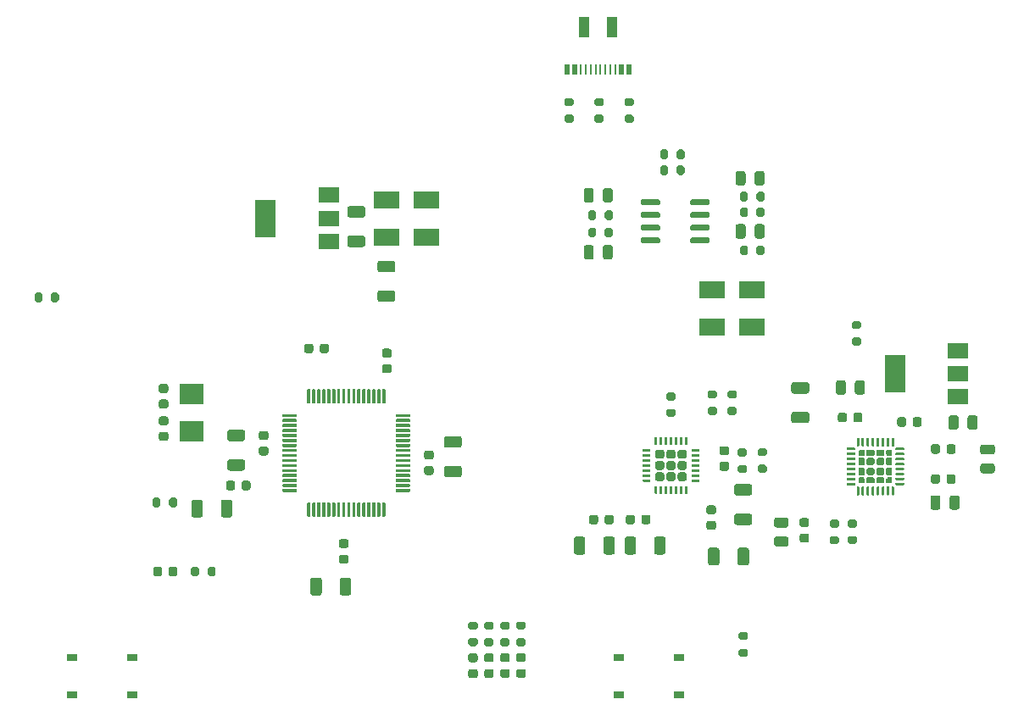
<source format=gbr>
%TF.GenerationSoftware,KiCad,Pcbnew,5.1.7-a382d34a8~88~ubuntu18.04.1*%
%TF.CreationDate,2021-04-29T22:01:18-07:00*%
%TF.ProjectId,dsp_dev_board,6473705f-6465-4765-9f62-6f6172642e6b,rev?*%
%TF.SameCoordinates,Original*%
%TF.FileFunction,Paste,Top*%
%TF.FilePolarity,Positive*%
%FSLAX46Y46*%
G04 Gerber Fmt 4.6, Leading zero omitted, Abs format (unit mm)*
G04 Created by KiCad (PCBNEW 5.1.7-a382d34a8~88~ubuntu18.04.1) date 2021-04-29 22:01:18*
%MOMM*%
%LPD*%
G01*
G04 APERTURE LIST*
%ADD10C,0.100000*%
%ADD11R,1.000000X0.750000*%
%ADD12R,2.000000X1.500000*%
%ADD13R,2.000000X3.800000*%
%ADD14R,0.520000X1.000000*%
%ADD15R,0.270000X1.000000*%
%ADD16R,1.000000X2.000000*%
%ADD17R,2.400000X2.000000*%
%ADD18R,2.500000X1.800000*%
G04 APERTURE END LIST*
D10*
%TO.C,U5*%
G36*
X178173734Y-86972177D02*
G01*
X178192617Y-86977905D01*
X178210020Y-86987207D01*
X178225274Y-86999726D01*
X178237793Y-87014980D01*
X178247095Y-87032383D01*
X178252823Y-87051266D01*
X178254757Y-87070904D01*
X178254757Y-87454096D01*
X178252823Y-87473734D01*
X178247095Y-87492617D01*
X178237793Y-87510020D01*
X178225274Y-87525274D01*
X178210020Y-87537793D01*
X178192617Y-87547095D01*
X178173734Y-87552823D01*
X178154096Y-87554757D01*
X177770904Y-87554757D01*
X177751266Y-87552823D01*
X177732383Y-87547095D01*
X177714980Y-87537793D01*
X177699726Y-87525274D01*
X177687207Y-87510020D01*
X177677905Y-87492617D01*
X177672177Y-87473734D01*
X177670243Y-87454096D01*
X177670243Y-87154295D01*
X177672177Y-87134657D01*
X177677905Y-87115774D01*
X177687207Y-87098371D01*
X177699726Y-87083117D01*
X177783117Y-86999726D01*
X177798371Y-86987207D01*
X177815774Y-86977905D01*
X177834657Y-86972177D01*
X177854295Y-86970243D01*
X178154096Y-86970243D01*
X178173734Y-86972177D01*
G37*
G36*
X178173734Y-84247177D02*
G01*
X178192617Y-84252905D01*
X178210020Y-84262207D01*
X178225274Y-84274726D01*
X178237793Y-84289980D01*
X178247095Y-84307383D01*
X178252823Y-84326266D01*
X178254757Y-84345904D01*
X178254757Y-84729096D01*
X178252823Y-84748734D01*
X178247095Y-84767617D01*
X178237793Y-84785020D01*
X178225274Y-84800274D01*
X178210020Y-84812793D01*
X178192617Y-84822095D01*
X178173734Y-84827823D01*
X178154096Y-84829757D01*
X177854295Y-84829757D01*
X177834657Y-84827823D01*
X177815774Y-84822095D01*
X177798371Y-84812793D01*
X177783117Y-84800274D01*
X177699726Y-84716883D01*
X177687207Y-84701629D01*
X177677905Y-84684226D01*
X177672177Y-84665343D01*
X177670243Y-84645705D01*
X177670243Y-84345904D01*
X177672177Y-84326266D01*
X177677905Y-84307383D01*
X177687207Y-84289980D01*
X177699726Y-84274726D01*
X177714980Y-84262207D01*
X177732383Y-84252905D01*
X177751266Y-84247177D01*
X177770904Y-84245243D01*
X178154096Y-84245243D01*
X178173734Y-84247177D01*
G37*
G36*
X175365343Y-86972177D02*
G01*
X175384226Y-86977905D01*
X175401629Y-86987207D01*
X175416883Y-86999726D01*
X175500274Y-87083117D01*
X175512793Y-87098371D01*
X175522095Y-87115774D01*
X175527823Y-87134657D01*
X175529757Y-87154295D01*
X175529757Y-87454096D01*
X175527823Y-87473734D01*
X175522095Y-87492617D01*
X175512793Y-87510020D01*
X175500274Y-87525274D01*
X175485020Y-87537793D01*
X175467617Y-87547095D01*
X175448734Y-87552823D01*
X175429096Y-87554757D01*
X175045904Y-87554757D01*
X175026266Y-87552823D01*
X175007383Y-87547095D01*
X174989980Y-87537793D01*
X174974726Y-87525274D01*
X174962207Y-87510020D01*
X174952905Y-87492617D01*
X174947177Y-87473734D01*
X174945243Y-87454096D01*
X174945243Y-87070904D01*
X174947177Y-87051266D01*
X174952905Y-87032383D01*
X174962207Y-87014980D01*
X174974726Y-86999726D01*
X174989980Y-86987207D01*
X175007383Y-86977905D01*
X175026266Y-86972177D01*
X175045904Y-86970243D01*
X175345705Y-86970243D01*
X175365343Y-86972177D01*
G37*
G36*
X175448734Y-84247177D02*
G01*
X175467617Y-84252905D01*
X175485020Y-84262207D01*
X175500274Y-84274726D01*
X175512793Y-84289980D01*
X175522095Y-84307383D01*
X175527823Y-84326266D01*
X175529757Y-84345904D01*
X175529757Y-84645705D01*
X175527823Y-84665343D01*
X175522095Y-84684226D01*
X175512793Y-84701629D01*
X175500274Y-84716883D01*
X175416883Y-84800274D01*
X175401629Y-84812793D01*
X175384226Y-84822095D01*
X175365343Y-84827823D01*
X175345705Y-84829757D01*
X175045904Y-84829757D01*
X175026266Y-84827823D01*
X175007383Y-84822095D01*
X174989980Y-84812793D01*
X174974726Y-84800274D01*
X174962207Y-84785020D01*
X174952905Y-84767617D01*
X174947177Y-84748734D01*
X174945243Y-84729096D01*
X174945243Y-84345904D01*
X174947177Y-84326266D01*
X174952905Y-84307383D01*
X174962207Y-84289980D01*
X174974726Y-84274726D01*
X174989980Y-84262207D01*
X175007383Y-84252905D01*
X175026266Y-84247177D01*
X175045904Y-84245243D01*
X175429096Y-84245243D01*
X175448734Y-84247177D01*
G37*
G36*
X177369471Y-86971815D02*
G01*
X177384821Y-86976471D01*
X177398966Y-86984032D01*
X177411365Y-86994208D01*
X177479148Y-87061991D01*
X177489324Y-87074390D01*
X177496885Y-87088535D01*
X177501541Y-87103885D01*
X177503113Y-87119847D01*
X177503113Y-87472936D01*
X177501541Y-87488898D01*
X177496885Y-87504248D01*
X177489324Y-87518393D01*
X177479148Y-87530792D01*
X177466749Y-87540968D01*
X177452604Y-87548529D01*
X177437254Y-87553185D01*
X177421292Y-87554757D01*
X176778708Y-87554757D01*
X176762746Y-87553185D01*
X176747396Y-87548529D01*
X176733251Y-87540968D01*
X176720852Y-87530792D01*
X176710676Y-87518393D01*
X176703115Y-87504248D01*
X176698459Y-87488898D01*
X176696887Y-87472936D01*
X176696887Y-87119847D01*
X176698459Y-87103885D01*
X176703115Y-87088535D01*
X176710676Y-87074390D01*
X176720852Y-87061991D01*
X176788635Y-86994208D01*
X176801034Y-86984032D01*
X176815179Y-86976471D01*
X176830529Y-86971815D01*
X176846491Y-86970243D01*
X177353509Y-86970243D01*
X177369471Y-86971815D01*
G37*
G36*
X176369471Y-86971815D02*
G01*
X176384821Y-86976471D01*
X176398966Y-86984032D01*
X176411365Y-86994208D01*
X176479148Y-87061991D01*
X176489324Y-87074390D01*
X176496885Y-87088535D01*
X176501541Y-87103885D01*
X176503113Y-87119847D01*
X176503113Y-87472936D01*
X176501541Y-87488898D01*
X176496885Y-87504248D01*
X176489324Y-87518393D01*
X176479148Y-87530792D01*
X176466749Y-87540968D01*
X176452604Y-87548529D01*
X176437254Y-87553185D01*
X176421292Y-87554757D01*
X175778708Y-87554757D01*
X175762746Y-87553185D01*
X175747396Y-87548529D01*
X175733251Y-87540968D01*
X175720852Y-87530792D01*
X175710676Y-87518393D01*
X175703115Y-87504248D01*
X175698459Y-87488898D01*
X175696887Y-87472936D01*
X175696887Y-87119847D01*
X175698459Y-87103885D01*
X175703115Y-87088535D01*
X175710676Y-87074390D01*
X175720852Y-87061991D01*
X175788635Y-86994208D01*
X175801034Y-86984032D01*
X175815179Y-86976471D01*
X175830529Y-86971815D01*
X175846491Y-86970243D01*
X176353509Y-86970243D01*
X176369471Y-86971815D01*
G37*
G36*
X177437254Y-84246815D02*
G01*
X177452604Y-84251471D01*
X177466749Y-84259032D01*
X177479148Y-84269208D01*
X177489324Y-84281607D01*
X177496885Y-84295752D01*
X177501541Y-84311102D01*
X177503113Y-84327064D01*
X177503113Y-84680153D01*
X177501541Y-84696115D01*
X177496885Y-84711465D01*
X177489324Y-84725610D01*
X177479148Y-84738009D01*
X177411365Y-84805792D01*
X177398966Y-84815968D01*
X177384821Y-84823529D01*
X177369471Y-84828185D01*
X177353509Y-84829757D01*
X176846491Y-84829757D01*
X176830529Y-84828185D01*
X176815179Y-84823529D01*
X176801034Y-84815968D01*
X176788635Y-84805792D01*
X176720852Y-84738009D01*
X176710676Y-84725610D01*
X176703115Y-84711465D01*
X176698459Y-84696115D01*
X176696887Y-84680153D01*
X176696887Y-84327064D01*
X176698459Y-84311102D01*
X176703115Y-84295752D01*
X176710676Y-84281607D01*
X176720852Y-84269208D01*
X176733251Y-84259032D01*
X176747396Y-84251471D01*
X176762746Y-84246815D01*
X176778708Y-84245243D01*
X177421292Y-84245243D01*
X177437254Y-84246815D01*
G37*
G36*
X176437254Y-84246815D02*
G01*
X176452604Y-84251471D01*
X176466749Y-84259032D01*
X176479148Y-84269208D01*
X176489324Y-84281607D01*
X176496885Y-84295752D01*
X176501541Y-84311102D01*
X176503113Y-84327064D01*
X176503113Y-84680153D01*
X176501541Y-84696115D01*
X176496885Y-84711465D01*
X176489324Y-84725610D01*
X176479148Y-84738009D01*
X176411365Y-84805792D01*
X176398966Y-84815968D01*
X176384821Y-84823529D01*
X176369471Y-84828185D01*
X176353509Y-84829757D01*
X175846491Y-84829757D01*
X175830529Y-84828185D01*
X175815179Y-84823529D01*
X175801034Y-84815968D01*
X175788635Y-84805792D01*
X175720852Y-84738009D01*
X175710676Y-84725610D01*
X175703115Y-84711465D01*
X175698459Y-84696115D01*
X175696887Y-84680153D01*
X175696887Y-84327064D01*
X175698459Y-84311102D01*
X175703115Y-84295752D01*
X175710676Y-84281607D01*
X175720852Y-84269208D01*
X175733251Y-84259032D01*
X175747396Y-84251471D01*
X175762746Y-84246815D01*
X175778708Y-84245243D01*
X176421292Y-84245243D01*
X176437254Y-84246815D01*
G37*
G36*
X178188898Y-85998459D02*
G01*
X178204248Y-86003115D01*
X178218393Y-86010676D01*
X178230792Y-86020852D01*
X178240968Y-86033251D01*
X178248529Y-86047396D01*
X178253185Y-86062746D01*
X178254757Y-86078708D01*
X178254757Y-86721292D01*
X178253185Y-86737254D01*
X178248529Y-86752604D01*
X178240968Y-86766749D01*
X178230792Y-86779148D01*
X178218393Y-86789324D01*
X178204248Y-86796885D01*
X178188898Y-86801541D01*
X178172936Y-86803113D01*
X177819847Y-86803113D01*
X177803885Y-86801541D01*
X177788535Y-86796885D01*
X177774390Y-86789324D01*
X177761991Y-86779148D01*
X177694208Y-86711365D01*
X177684032Y-86698966D01*
X177676471Y-86684821D01*
X177671815Y-86669471D01*
X177670243Y-86653509D01*
X177670243Y-86146491D01*
X177671815Y-86130529D01*
X177676471Y-86115179D01*
X177684032Y-86101034D01*
X177694208Y-86088635D01*
X177761991Y-86020852D01*
X177774390Y-86010676D01*
X177788535Y-86003115D01*
X177803885Y-85998459D01*
X177819847Y-85996887D01*
X178172936Y-85996887D01*
X178188898Y-85998459D01*
G37*
G36*
X178188898Y-84998459D02*
G01*
X178204248Y-85003115D01*
X178218393Y-85010676D01*
X178230792Y-85020852D01*
X178240968Y-85033251D01*
X178248529Y-85047396D01*
X178253185Y-85062746D01*
X178254757Y-85078708D01*
X178254757Y-85721292D01*
X178253185Y-85737254D01*
X178248529Y-85752604D01*
X178240968Y-85766749D01*
X178230792Y-85779148D01*
X178218393Y-85789324D01*
X178204248Y-85796885D01*
X178188898Y-85801541D01*
X178172936Y-85803113D01*
X177819847Y-85803113D01*
X177803885Y-85801541D01*
X177788535Y-85796885D01*
X177774390Y-85789324D01*
X177761991Y-85779148D01*
X177694208Y-85711365D01*
X177684032Y-85698966D01*
X177676471Y-85684821D01*
X177671815Y-85669471D01*
X177670243Y-85653509D01*
X177670243Y-85146491D01*
X177671815Y-85130529D01*
X177676471Y-85115179D01*
X177684032Y-85101034D01*
X177694208Y-85088635D01*
X177761991Y-85020852D01*
X177774390Y-85010676D01*
X177788535Y-85003115D01*
X177803885Y-84998459D01*
X177819847Y-84996887D01*
X178172936Y-84996887D01*
X178188898Y-84998459D01*
G37*
G36*
X175396115Y-85998459D02*
G01*
X175411465Y-86003115D01*
X175425610Y-86010676D01*
X175438009Y-86020852D01*
X175505792Y-86088635D01*
X175515968Y-86101034D01*
X175523529Y-86115179D01*
X175528185Y-86130529D01*
X175529757Y-86146491D01*
X175529757Y-86653509D01*
X175528185Y-86669471D01*
X175523529Y-86684821D01*
X175515968Y-86698966D01*
X175505792Y-86711365D01*
X175438009Y-86779148D01*
X175425610Y-86789324D01*
X175411465Y-86796885D01*
X175396115Y-86801541D01*
X175380153Y-86803113D01*
X175027064Y-86803113D01*
X175011102Y-86801541D01*
X174995752Y-86796885D01*
X174981607Y-86789324D01*
X174969208Y-86779148D01*
X174959032Y-86766749D01*
X174951471Y-86752604D01*
X174946815Y-86737254D01*
X174945243Y-86721292D01*
X174945243Y-86078708D01*
X174946815Y-86062746D01*
X174951471Y-86047396D01*
X174959032Y-86033251D01*
X174969208Y-86020852D01*
X174981607Y-86010676D01*
X174995752Y-86003115D01*
X175011102Y-85998459D01*
X175027064Y-85996887D01*
X175380153Y-85996887D01*
X175396115Y-85998459D01*
G37*
G36*
X175396115Y-84998459D02*
G01*
X175411465Y-85003115D01*
X175425610Y-85010676D01*
X175438009Y-85020852D01*
X175505792Y-85088635D01*
X175515968Y-85101034D01*
X175523529Y-85115179D01*
X175528185Y-85130529D01*
X175529757Y-85146491D01*
X175529757Y-85653509D01*
X175528185Y-85669471D01*
X175523529Y-85684821D01*
X175515968Y-85698966D01*
X175505792Y-85711365D01*
X175438009Y-85779148D01*
X175425610Y-85789324D01*
X175411465Y-85796885D01*
X175396115Y-85801541D01*
X175380153Y-85803113D01*
X175027064Y-85803113D01*
X175011102Y-85801541D01*
X174995752Y-85796885D01*
X174981607Y-85789324D01*
X174969208Y-85779148D01*
X174959032Y-85766749D01*
X174951471Y-85752604D01*
X174946815Y-85737254D01*
X174945243Y-85721292D01*
X174945243Y-85078708D01*
X174946815Y-85062746D01*
X174951471Y-85047396D01*
X174959032Y-85033251D01*
X174969208Y-85020852D01*
X174981607Y-85010676D01*
X174995752Y-85003115D01*
X175011102Y-84998459D01*
X175027064Y-84996887D01*
X175380153Y-84996887D01*
X175396115Y-84998459D01*
G37*
G36*
G01*
X176696887Y-86601557D02*
X176696887Y-86198443D01*
G75*
G02*
X176898443Y-85996887I201556J0D01*
G01*
X177301557Y-85996887D01*
G75*
G02*
X177503113Y-86198443I0J-201556D01*
G01*
X177503113Y-86601557D01*
G75*
G02*
X177301557Y-86803113I-201556J0D01*
G01*
X176898443Y-86803113D01*
G75*
G02*
X176696887Y-86601557I0J201556D01*
G01*
G37*
G36*
G01*
X176696887Y-85601557D02*
X176696887Y-85198443D01*
G75*
G02*
X176898443Y-84996887I201556J0D01*
G01*
X177301557Y-84996887D01*
G75*
G02*
X177503113Y-85198443I0J-201556D01*
G01*
X177503113Y-85601557D01*
G75*
G02*
X177301557Y-85803113I-201556J0D01*
G01*
X176898443Y-85803113D01*
G75*
G02*
X176696887Y-85601557I0J201556D01*
G01*
G37*
G36*
G01*
X175696887Y-86601557D02*
X175696887Y-86198443D01*
G75*
G02*
X175898443Y-85996887I201556J0D01*
G01*
X176301557Y-85996887D01*
G75*
G02*
X176503113Y-86198443I0J-201556D01*
G01*
X176503113Y-86601557D01*
G75*
G02*
X176301557Y-86803113I-201556J0D01*
G01*
X175898443Y-86803113D01*
G75*
G02*
X175696887Y-86601557I0J201556D01*
G01*
G37*
G36*
G01*
X175696887Y-85601557D02*
X175696887Y-85198443D01*
G75*
G02*
X175898443Y-84996887I201556J0D01*
G01*
X176301557Y-84996887D01*
G75*
G02*
X176503113Y-85198443I0J-201556D01*
G01*
X176503113Y-85601557D01*
G75*
G02*
X176301557Y-85803113I-201556J0D01*
G01*
X175898443Y-85803113D01*
G75*
G02*
X175696887Y-85601557I0J201556D01*
G01*
G37*
G36*
G01*
X174725000Y-83837500D02*
X174725000Y-83087500D01*
G75*
G02*
X174787500Y-83025000I62500J0D01*
G01*
X174912500Y-83025000D01*
G75*
G02*
X174975000Y-83087500I0J-62500D01*
G01*
X174975000Y-83837500D01*
G75*
G02*
X174912500Y-83900000I-62500J0D01*
G01*
X174787500Y-83900000D01*
G75*
G02*
X174725000Y-83837500I0J62500D01*
G01*
G37*
G36*
G01*
X175225000Y-83837500D02*
X175225000Y-83087500D01*
G75*
G02*
X175287500Y-83025000I62500J0D01*
G01*
X175412500Y-83025000D01*
G75*
G02*
X175475000Y-83087500I0J-62500D01*
G01*
X175475000Y-83837500D01*
G75*
G02*
X175412500Y-83900000I-62500J0D01*
G01*
X175287500Y-83900000D01*
G75*
G02*
X175225000Y-83837500I0J62500D01*
G01*
G37*
G36*
G01*
X175725000Y-83837500D02*
X175725000Y-83087500D01*
G75*
G02*
X175787500Y-83025000I62500J0D01*
G01*
X175912500Y-83025000D01*
G75*
G02*
X175975000Y-83087500I0J-62500D01*
G01*
X175975000Y-83837500D01*
G75*
G02*
X175912500Y-83900000I-62500J0D01*
G01*
X175787500Y-83900000D01*
G75*
G02*
X175725000Y-83837500I0J62500D01*
G01*
G37*
G36*
G01*
X176225000Y-83837500D02*
X176225000Y-83087500D01*
G75*
G02*
X176287500Y-83025000I62500J0D01*
G01*
X176412500Y-83025000D01*
G75*
G02*
X176475000Y-83087500I0J-62500D01*
G01*
X176475000Y-83837500D01*
G75*
G02*
X176412500Y-83900000I-62500J0D01*
G01*
X176287500Y-83900000D01*
G75*
G02*
X176225000Y-83837500I0J62500D01*
G01*
G37*
G36*
G01*
X176725000Y-83837500D02*
X176725000Y-83087500D01*
G75*
G02*
X176787500Y-83025000I62500J0D01*
G01*
X176912500Y-83025000D01*
G75*
G02*
X176975000Y-83087500I0J-62500D01*
G01*
X176975000Y-83837500D01*
G75*
G02*
X176912500Y-83900000I-62500J0D01*
G01*
X176787500Y-83900000D01*
G75*
G02*
X176725000Y-83837500I0J62500D01*
G01*
G37*
G36*
G01*
X177225000Y-83837500D02*
X177225000Y-83087500D01*
G75*
G02*
X177287500Y-83025000I62500J0D01*
G01*
X177412500Y-83025000D01*
G75*
G02*
X177475000Y-83087500I0J-62500D01*
G01*
X177475000Y-83837500D01*
G75*
G02*
X177412500Y-83900000I-62500J0D01*
G01*
X177287500Y-83900000D01*
G75*
G02*
X177225000Y-83837500I0J62500D01*
G01*
G37*
G36*
G01*
X177725000Y-83837500D02*
X177725000Y-83087500D01*
G75*
G02*
X177787500Y-83025000I62500J0D01*
G01*
X177912500Y-83025000D01*
G75*
G02*
X177975000Y-83087500I0J-62500D01*
G01*
X177975000Y-83837500D01*
G75*
G02*
X177912500Y-83900000I-62500J0D01*
G01*
X177787500Y-83900000D01*
G75*
G02*
X177725000Y-83837500I0J62500D01*
G01*
G37*
G36*
G01*
X178225000Y-83837500D02*
X178225000Y-83087500D01*
G75*
G02*
X178287500Y-83025000I62500J0D01*
G01*
X178412500Y-83025000D01*
G75*
G02*
X178475000Y-83087500I0J-62500D01*
G01*
X178475000Y-83837500D01*
G75*
G02*
X178412500Y-83900000I-62500J0D01*
G01*
X178287500Y-83900000D01*
G75*
G02*
X178225000Y-83837500I0J62500D01*
G01*
G37*
G36*
G01*
X178600000Y-84212500D02*
X178600000Y-84087500D01*
G75*
G02*
X178662500Y-84025000I62500J0D01*
G01*
X179412500Y-84025000D01*
G75*
G02*
X179475000Y-84087500I0J-62500D01*
G01*
X179475000Y-84212500D01*
G75*
G02*
X179412500Y-84275000I-62500J0D01*
G01*
X178662500Y-84275000D01*
G75*
G02*
X178600000Y-84212500I0J62500D01*
G01*
G37*
G36*
G01*
X178600000Y-84712500D02*
X178600000Y-84587500D01*
G75*
G02*
X178662500Y-84525000I62500J0D01*
G01*
X179412500Y-84525000D01*
G75*
G02*
X179475000Y-84587500I0J-62500D01*
G01*
X179475000Y-84712500D01*
G75*
G02*
X179412500Y-84775000I-62500J0D01*
G01*
X178662500Y-84775000D01*
G75*
G02*
X178600000Y-84712500I0J62500D01*
G01*
G37*
G36*
G01*
X178600000Y-85212500D02*
X178600000Y-85087500D01*
G75*
G02*
X178662500Y-85025000I62500J0D01*
G01*
X179412500Y-85025000D01*
G75*
G02*
X179475000Y-85087500I0J-62500D01*
G01*
X179475000Y-85212500D01*
G75*
G02*
X179412500Y-85275000I-62500J0D01*
G01*
X178662500Y-85275000D01*
G75*
G02*
X178600000Y-85212500I0J62500D01*
G01*
G37*
G36*
G01*
X178600000Y-85712500D02*
X178600000Y-85587500D01*
G75*
G02*
X178662500Y-85525000I62500J0D01*
G01*
X179412500Y-85525000D01*
G75*
G02*
X179475000Y-85587500I0J-62500D01*
G01*
X179475000Y-85712500D01*
G75*
G02*
X179412500Y-85775000I-62500J0D01*
G01*
X178662500Y-85775000D01*
G75*
G02*
X178600000Y-85712500I0J62500D01*
G01*
G37*
G36*
G01*
X178600000Y-86212500D02*
X178600000Y-86087500D01*
G75*
G02*
X178662500Y-86025000I62500J0D01*
G01*
X179412500Y-86025000D01*
G75*
G02*
X179475000Y-86087500I0J-62500D01*
G01*
X179475000Y-86212500D01*
G75*
G02*
X179412500Y-86275000I-62500J0D01*
G01*
X178662500Y-86275000D01*
G75*
G02*
X178600000Y-86212500I0J62500D01*
G01*
G37*
G36*
G01*
X178600000Y-86712500D02*
X178600000Y-86587500D01*
G75*
G02*
X178662500Y-86525000I62500J0D01*
G01*
X179412500Y-86525000D01*
G75*
G02*
X179475000Y-86587500I0J-62500D01*
G01*
X179475000Y-86712500D01*
G75*
G02*
X179412500Y-86775000I-62500J0D01*
G01*
X178662500Y-86775000D01*
G75*
G02*
X178600000Y-86712500I0J62500D01*
G01*
G37*
G36*
G01*
X178600000Y-87212500D02*
X178600000Y-87087500D01*
G75*
G02*
X178662500Y-87025000I62500J0D01*
G01*
X179412500Y-87025000D01*
G75*
G02*
X179475000Y-87087500I0J-62500D01*
G01*
X179475000Y-87212500D01*
G75*
G02*
X179412500Y-87275000I-62500J0D01*
G01*
X178662500Y-87275000D01*
G75*
G02*
X178600000Y-87212500I0J62500D01*
G01*
G37*
G36*
G01*
X178600000Y-87712500D02*
X178600000Y-87587500D01*
G75*
G02*
X178662500Y-87525000I62500J0D01*
G01*
X179412500Y-87525000D01*
G75*
G02*
X179475000Y-87587500I0J-62500D01*
G01*
X179475000Y-87712500D01*
G75*
G02*
X179412500Y-87775000I-62500J0D01*
G01*
X178662500Y-87775000D01*
G75*
G02*
X178600000Y-87712500I0J62500D01*
G01*
G37*
G36*
G01*
X178225000Y-88712500D02*
X178225000Y-87962500D01*
G75*
G02*
X178287500Y-87900000I62500J0D01*
G01*
X178412500Y-87900000D01*
G75*
G02*
X178475000Y-87962500I0J-62500D01*
G01*
X178475000Y-88712500D01*
G75*
G02*
X178412500Y-88775000I-62500J0D01*
G01*
X178287500Y-88775000D01*
G75*
G02*
X178225000Y-88712500I0J62500D01*
G01*
G37*
G36*
G01*
X177725000Y-88712500D02*
X177725000Y-87962500D01*
G75*
G02*
X177787500Y-87900000I62500J0D01*
G01*
X177912500Y-87900000D01*
G75*
G02*
X177975000Y-87962500I0J-62500D01*
G01*
X177975000Y-88712500D01*
G75*
G02*
X177912500Y-88775000I-62500J0D01*
G01*
X177787500Y-88775000D01*
G75*
G02*
X177725000Y-88712500I0J62500D01*
G01*
G37*
G36*
G01*
X177225000Y-88712500D02*
X177225000Y-87962500D01*
G75*
G02*
X177287500Y-87900000I62500J0D01*
G01*
X177412500Y-87900000D01*
G75*
G02*
X177475000Y-87962500I0J-62500D01*
G01*
X177475000Y-88712500D01*
G75*
G02*
X177412500Y-88775000I-62500J0D01*
G01*
X177287500Y-88775000D01*
G75*
G02*
X177225000Y-88712500I0J62500D01*
G01*
G37*
G36*
G01*
X176725000Y-88712500D02*
X176725000Y-87962500D01*
G75*
G02*
X176787500Y-87900000I62500J0D01*
G01*
X176912500Y-87900000D01*
G75*
G02*
X176975000Y-87962500I0J-62500D01*
G01*
X176975000Y-88712500D01*
G75*
G02*
X176912500Y-88775000I-62500J0D01*
G01*
X176787500Y-88775000D01*
G75*
G02*
X176725000Y-88712500I0J62500D01*
G01*
G37*
G36*
G01*
X176225000Y-88712500D02*
X176225000Y-87962500D01*
G75*
G02*
X176287500Y-87900000I62500J0D01*
G01*
X176412500Y-87900000D01*
G75*
G02*
X176475000Y-87962500I0J-62500D01*
G01*
X176475000Y-88712500D01*
G75*
G02*
X176412500Y-88775000I-62500J0D01*
G01*
X176287500Y-88775000D01*
G75*
G02*
X176225000Y-88712500I0J62500D01*
G01*
G37*
G36*
G01*
X175725000Y-88712500D02*
X175725000Y-87962500D01*
G75*
G02*
X175787500Y-87900000I62500J0D01*
G01*
X175912500Y-87900000D01*
G75*
G02*
X175975000Y-87962500I0J-62500D01*
G01*
X175975000Y-88712500D01*
G75*
G02*
X175912500Y-88775000I-62500J0D01*
G01*
X175787500Y-88775000D01*
G75*
G02*
X175725000Y-88712500I0J62500D01*
G01*
G37*
G36*
G01*
X175225000Y-88712500D02*
X175225000Y-87962500D01*
G75*
G02*
X175287500Y-87900000I62500J0D01*
G01*
X175412500Y-87900000D01*
G75*
G02*
X175475000Y-87962500I0J-62500D01*
G01*
X175475000Y-88712500D01*
G75*
G02*
X175412500Y-88775000I-62500J0D01*
G01*
X175287500Y-88775000D01*
G75*
G02*
X175225000Y-88712500I0J62500D01*
G01*
G37*
G36*
G01*
X174725000Y-88712500D02*
X174725000Y-87962500D01*
G75*
G02*
X174787500Y-87900000I62500J0D01*
G01*
X174912500Y-87900000D01*
G75*
G02*
X174975000Y-87962500I0J-62500D01*
G01*
X174975000Y-88712500D01*
G75*
G02*
X174912500Y-88775000I-62500J0D01*
G01*
X174787500Y-88775000D01*
G75*
G02*
X174725000Y-88712500I0J62500D01*
G01*
G37*
G36*
G01*
X173725000Y-87712500D02*
X173725000Y-87587500D01*
G75*
G02*
X173787500Y-87525000I62500J0D01*
G01*
X174537500Y-87525000D01*
G75*
G02*
X174600000Y-87587500I0J-62500D01*
G01*
X174600000Y-87712500D01*
G75*
G02*
X174537500Y-87775000I-62500J0D01*
G01*
X173787500Y-87775000D01*
G75*
G02*
X173725000Y-87712500I0J62500D01*
G01*
G37*
G36*
G01*
X173725000Y-87212500D02*
X173725000Y-87087500D01*
G75*
G02*
X173787500Y-87025000I62500J0D01*
G01*
X174537500Y-87025000D01*
G75*
G02*
X174600000Y-87087500I0J-62500D01*
G01*
X174600000Y-87212500D01*
G75*
G02*
X174537500Y-87275000I-62500J0D01*
G01*
X173787500Y-87275000D01*
G75*
G02*
X173725000Y-87212500I0J62500D01*
G01*
G37*
G36*
G01*
X173725000Y-86712500D02*
X173725000Y-86587500D01*
G75*
G02*
X173787500Y-86525000I62500J0D01*
G01*
X174537500Y-86525000D01*
G75*
G02*
X174600000Y-86587500I0J-62500D01*
G01*
X174600000Y-86712500D01*
G75*
G02*
X174537500Y-86775000I-62500J0D01*
G01*
X173787500Y-86775000D01*
G75*
G02*
X173725000Y-86712500I0J62500D01*
G01*
G37*
G36*
G01*
X173725000Y-86212500D02*
X173725000Y-86087500D01*
G75*
G02*
X173787500Y-86025000I62500J0D01*
G01*
X174537500Y-86025000D01*
G75*
G02*
X174600000Y-86087500I0J-62500D01*
G01*
X174600000Y-86212500D01*
G75*
G02*
X174537500Y-86275000I-62500J0D01*
G01*
X173787500Y-86275000D01*
G75*
G02*
X173725000Y-86212500I0J62500D01*
G01*
G37*
G36*
G01*
X173725000Y-85712500D02*
X173725000Y-85587500D01*
G75*
G02*
X173787500Y-85525000I62500J0D01*
G01*
X174537500Y-85525000D01*
G75*
G02*
X174600000Y-85587500I0J-62500D01*
G01*
X174600000Y-85712500D01*
G75*
G02*
X174537500Y-85775000I-62500J0D01*
G01*
X173787500Y-85775000D01*
G75*
G02*
X173725000Y-85712500I0J62500D01*
G01*
G37*
G36*
G01*
X173725000Y-85212500D02*
X173725000Y-85087500D01*
G75*
G02*
X173787500Y-85025000I62500J0D01*
G01*
X174537500Y-85025000D01*
G75*
G02*
X174600000Y-85087500I0J-62500D01*
G01*
X174600000Y-85212500D01*
G75*
G02*
X174537500Y-85275000I-62500J0D01*
G01*
X173787500Y-85275000D01*
G75*
G02*
X173725000Y-85212500I0J62500D01*
G01*
G37*
G36*
G01*
X173725000Y-84712500D02*
X173725000Y-84587500D01*
G75*
G02*
X173787500Y-84525000I62500J0D01*
G01*
X174537500Y-84525000D01*
G75*
G02*
X174600000Y-84587500I0J-62500D01*
G01*
X174600000Y-84712500D01*
G75*
G02*
X174537500Y-84775000I-62500J0D01*
G01*
X173787500Y-84775000D01*
G75*
G02*
X173725000Y-84712500I0J62500D01*
G01*
G37*
G36*
G01*
X173725000Y-84212500D02*
X173725000Y-84087500D01*
G75*
G02*
X173787500Y-84025000I62500J0D01*
G01*
X174537500Y-84025000D01*
G75*
G02*
X174600000Y-84087500I0J-62500D01*
G01*
X174600000Y-84212500D01*
G75*
G02*
X174537500Y-84275000I-62500J0D01*
G01*
X173787500Y-84275000D01*
G75*
G02*
X173725000Y-84212500I0J62500D01*
G01*
G37*
%TD*%
D11*
%TO.C,S2*%
X102400000Y-108750000D03*
X96400000Y-108750000D03*
X102400000Y-105000000D03*
X96400000Y-105000000D03*
%TD*%
%TO.C,S1*%
X151000000Y-105000000D03*
X157000000Y-105000000D03*
X151000000Y-108750000D03*
X157000000Y-108750000D03*
%TD*%
%TO.C,R11*%
G36*
G01*
X163675000Y-103250000D02*
X163125000Y-103250000D01*
G75*
G02*
X162925000Y-103050000I0J200000D01*
G01*
X162925000Y-102650000D01*
G75*
G02*
X163125000Y-102450000I200000J0D01*
G01*
X163675000Y-102450000D01*
G75*
G02*
X163875000Y-102650000I0J-200000D01*
G01*
X163875000Y-103050000D01*
G75*
G02*
X163675000Y-103250000I-200000J0D01*
G01*
G37*
G36*
G01*
X163675000Y-104900000D02*
X163125000Y-104900000D01*
G75*
G02*
X162925000Y-104700000I0J200000D01*
G01*
X162925000Y-104300000D01*
G75*
G02*
X163125000Y-104100000I200000J0D01*
G01*
X163675000Y-104100000D01*
G75*
G02*
X163875000Y-104300000I0J-200000D01*
G01*
X163875000Y-104700000D01*
G75*
G02*
X163675000Y-104900000I-200000J0D01*
G01*
G37*
%TD*%
%TO.C,U4*%
G36*
G01*
X153330000Y-84362500D02*
X153330000Y-84237500D01*
G75*
G02*
X153392500Y-84175000I62500J0D01*
G01*
X154067500Y-84175000D01*
G75*
G02*
X154130000Y-84237500I0J-62500D01*
G01*
X154130000Y-84362500D01*
G75*
G02*
X154067500Y-84425000I-62500J0D01*
G01*
X153392500Y-84425000D01*
G75*
G02*
X153330000Y-84362500I0J62500D01*
G01*
G37*
G36*
G01*
X153330000Y-84862500D02*
X153330000Y-84737500D01*
G75*
G02*
X153392500Y-84675000I62500J0D01*
G01*
X154067500Y-84675000D01*
G75*
G02*
X154130000Y-84737500I0J-62500D01*
G01*
X154130000Y-84862500D01*
G75*
G02*
X154067500Y-84925000I-62500J0D01*
G01*
X153392500Y-84925000D01*
G75*
G02*
X153330000Y-84862500I0J62500D01*
G01*
G37*
G36*
G01*
X153330000Y-85362500D02*
X153330000Y-85237500D01*
G75*
G02*
X153392500Y-85175000I62500J0D01*
G01*
X154067500Y-85175000D01*
G75*
G02*
X154130000Y-85237500I0J-62500D01*
G01*
X154130000Y-85362500D01*
G75*
G02*
X154067500Y-85425000I-62500J0D01*
G01*
X153392500Y-85425000D01*
G75*
G02*
X153330000Y-85362500I0J62500D01*
G01*
G37*
G36*
G01*
X153330000Y-85862500D02*
X153330000Y-85737500D01*
G75*
G02*
X153392500Y-85675000I62500J0D01*
G01*
X154067500Y-85675000D01*
G75*
G02*
X154130000Y-85737500I0J-62500D01*
G01*
X154130000Y-85862500D01*
G75*
G02*
X154067500Y-85925000I-62500J0D01*
G01*
X153392500Y-85925000D01*
G75*
G02*
X153330000Y-85862500I0J62500D01*
G01*
G37*
G36*
G01*
X153330000Y-86362500D02*
X153330000Y-86237500D01*
G75*
G02*
X153392500Y-86175000I62500J0D01*
G01*
X154067500Y-86175000D01*
G75*
G02*
X154130000Y-86237500I0J-62500D01*
G01*
X154130000Y-86362500D01*
G75*
G02*
X154067500Y-86425000I-62500J0D01*
G01*
X153392500Y-86425000D01*
G75*
G02*
X153330000Y-86362500I0J62500D01*
G01*
G37*
G36*
G01*
X153330000Y-86862500D02*
X153330000Y-86737500D01*
G75*
G02*
X153392500Y-86675000I62500J0D01*
G01*
X154067500Y-86675000D01*
G75*
G02*
X154130000Y-86737500I0J-62500D01*
G01*
X154130000Y-86862500D01*
G75*
G02*
X154067500Y-86925000I-62500J0D01*
G01*
X153392500Y-86925000D01*
G75*
G02*
X153330000Y-86862500I0J62500D01*
G01*
G37*
G36*
G01*
X153330000Y-87362500D02*
X153330000Y-87237500D01*
G75*
G02*
X153392500Y-87175000I62500J0D01*
G01*
X154067500Y-87175000D01*
G75*
G02*
X154130000Y-87237500I0J-62500D01*
G01*
X154130000Y-87362500D01*
G75*
G02*
X154067500Y-87425000I-62500J0D01*
G01*
X153392500Y-87425000D01*
G75*
G02*
X153330000Y-87362500I0J62500D01*
G01*
G37*
G36*
G01*
X154555000Y-88587500D02*
X154555000Y-87912500D01*
G75*
G02*
X154617500Y-87850000I62500J0D01*
G01*
X154742500Y-87850000D01*
G75*
G02*
X154805000Y-87912500I0J-62500D01*
G01*
X154805000Y-88587500D01*
G75*
G02*
X154742500Y-88650000I-62500J0D01*
G01*
X154617500Y-88650000D01*
G75*
G02*
X154555000Y-88587500I0J62500D01*
G01*
G37*
G36*
G01*
X155055000Y-88587500D02*
X155055000Y-87912500D01*
G75*
G02*
X155117500Y-87850000I62500J0D01*
G01*
X155242500Y-87850000D01*
G75*
G02*
X155305000Y-87912500I0J-62500D01*
G01*
X155305000Y-88587500D01*
G75*
G02*
X155242500Y-88650000I-62500J0D01*
G01*
X155117500Y-88650000D01*
G75*
G02*
X155055000Y-88587500I0J62500D01*
G01*
G37*
G36*
G01*
X155555000Y-88587500D02*
X155555000Y-87912500D01*
G75*
G02*
X155617500Y-87850000I62500J0D01*
G01*
X155742500Y-87850000D01*
G75*
G02*
X155805000Y-87912500I0J-62500D01*
G01*
X155805000Y-88587500D01*
G75*
G02*
X155742500Y-88650000I-62500J0D01*
G01*
X155617500Y-88650000D01*
G75*
G02*
X155555000Y-88587500I0J62500D01*
G01*
G37*
G36*
G01*
X156055000Y-88587500D02*
X156055000Y-87912500D01*
G75*
G02*
X156117500Y-87850000I62500J0D01*
G01*
X156242500Y-87850000D01*
G75*
G02*
X156305000Y-87912500I0J-62500D01*
G01*
X156305000Y-88587500D01*
G75*
G02*
X156242500Y-88650000I-62500J0D01*
G01*
X156117500Y-88650000D01*
G75*
G02*
X156055000Y-88587500I0J62500D01*
G01*
G37*
G36*
G01*
X156555000Y-88587500D02*
X156555000Y-87912500D01*
G75*
G02*
X156617500Y-87850000I62500J0D01*
G01*
X156742500Y-87850000D01*
G75*
G02*
X156805000Y-87912500I0J-62500D01*
G01*
X156805000Y-88587500D01*
G75*
G02*
X156742500Y-88650000I-62500J0D01*
G01*
X156617500Y-88650000D01*
G75*
G02*
X156555000Y-88587500I0J62500D01*
G01*
G37*
G36*
G01*
X157055000Y-88587500D02*
X157055000Y-87912500D01*
G75*
G02*
X157117500Y-87850000I62500J0D01*
G01*
X157242500Y-87850000D01*
G75*
G02*
X157305000Y-87912500I0J-62500D01*
G01*
X157305000Y-88587500D01*
G75*
G02*
X157242500Y-88650000I-62500J0D01*
G01*
X157117500Y-88650000D01*
G75*
G02*
X157055000Y-88587500I0J62500D01*
G01*
G37*
G36*
G01*
X157555000Y-88587500D02*
X157555000Y-87912500D01*
G75*
G02*
X157617500Y-87850000I62500J0D01*
G01*
X157742500Y-87850000D01*
G75*
G02*
X157805000Y-87912500I0J-62500D01*
G01*
X157805000Y-88587500D01*
G75*
G02*
X157742500Y-88650000I-62500J0D01*
G01*
X157617500Y-88650000D01*
G75*
G02*
X157555000Y-88587500I0J62500D01*
G01*
G37*
G36*
G01*
X158230000Y-87362500D02*
X158230000Y-87237500D01*
G75*
G02*
X158292500Y-87175000I62500J0D01*
G01*
X158967500Y-87175000D01*
G75*
G02*
X159030000Y-87237500I0J-62500D01*
G01*
X159030000Y-87362500D01*
G75*
G02*
X158967500Y-87425000I-62500J0D01*
G01*
X158292500Y-87425000D01*
G75*
G02*
X158230000Y-87362500I0J62500D01*
G01*
G37*
G36*
G01*
X158230000Y-86862500D02*
X158230000Y-86737500D01*
G75*
G02*
X158292500Y-86675000I62500J0D01*
G01*
X158967500Y-86675000D01*
G75*
G02*
X159030000Y-86737500I0J-62500D01*
G01*
X159030000Y-86862500D01*
G75*
G02*
X158967500Y-86925000I-62500J0D01*
G01*
X158292500Y-86925000D01*
G75*
G02*
X158230000Y-86862500I0J62500D01*
G01*
G37*
G36*
G01*
X158230000Y-86362500D02*
X158230000Y-86237500D01*
G75*
G02*
X158292500Y-86175000I62500J0D01*
G01*
X158967500Y-86175000D01*
G75*
G02*
X159030000Y-86237500I0J-62500D01*
G01*
X159030000Y-86362500D01*
G75*
G02*
X158967500Y-86425000I-62500J0D01*
G01*
X158292500Y-86425000D01*
G75*
G02*
X158230000Y-86362500I0J62500D01*
G01*
G37*
G36*
G01*
X158230000Y-85862500D02*
X158230000Y-85737500D01*
G75*
G02*
X158292500Y-85675000I62500J0D01*
G01*
X158967500Y-85675000D01*
G75*
G02*
X159030000Y-85737500I0J-62500D01*
G01*
X159030000Y-85862500D01*
G75*
G02*
X158967500Y-85925000I-62500J0D01*
G01*
X158292500Y-85925000D01*
G75*
G02*
X158230000Y-85862500I0J62500D01*
G01*
G37*
G36*
G01*
X158230000Y-85362500D02*
X158230000Y-85237500D01*
G75*
G02*
X158292500Y-85175000I62500J0D01*
G01*
X158967500Y-85175000D01*
G75*
G02*
X159030000Y-85237500I0J-62500D01*
G01*
X159030000Y-85362500D01*
G75*
G02*
X158967500Y-85425000I-62500J0D01*
G01*
X158292500Y-85425000D01*
G75*
G02*
X158230000Y-85362500I0J62500D01*
G01*
G37*
G36*
G01*
X158230000Y-84862500D02*
X158230000Y-84737500D01*
G75*
G02*
X158292500Y-84675000I62500J0D01*
G01*
X158967500Y-84675000D01*
G75*
G02*
X159030000Y-84737500I0J-62500D01*
G01*
X159030000Y-84862500D01*
G75*
G02*
X158967500Y-84925000I-62500J0D01*
G01*
X158292500Y-84925000D01*
G75*
G02*
X158230000Y-84862500I0J62500D01*
G01*
G37*
G36*
G01*
X158230000Y-84362500D02*
X158230000Y-84237500D01*
G75*
G02*
X158292500Y-84175000I62500J0D01*
G01*
X158967500Y-84175000D01*
G75*
G02*
X159030000Y-84237500I0J-62500D01*
G01*
X159030000Y-84362500D01*
G75*
G02*
X158967500Y-84425000I-62500J0D01*
G01*
X158292500Y-84425000D01*
G75*
G02*
X158230000Y-84362500I0J62500D01*
G01*
G37*
G36*
G01*
X157555000Y-83687500D02*
X157555000Y-83012500D01*
G75*
G02*
X157617500Y-82950000I62500J0D01*
G01*
X157742500Y-82950000D01*
G75*
G02*
X157805000Y-83012500I0J-62500D01*
G01*
X157805000Y-83687500D01*
G75*
G02*
X157742500Y-83750000I-62500J0D01*
G01*
X157617500Y-83750000D01*
G75*
G02*
X157555000Y-83687500I0J62500D01*
G01*
G37*
G36*
G01*
X157055000Y-83687500D02*
X157055000Y-83012500D01*
G75*
G02*
X157117500Y-82950000I62500J0D01*
G01*
X157242500Y-82950000D01*
G75*
G02*
X157305000Y-83012500I0J-62500D01*
G01*
X157305000Y-83687500D01*
G75*
G02*
X157242500Y-83750000I-62500J0D01*
G01*
X157117500Y-83750000D01*
G75*
G02*
X157055000Y-83687500I0J62500D01*
G01*
G37*
G36*
G01*
X156555000Y-83687500D02*
X156555000Y-83012500D01*
G75*
G02*
X156617500Y-82950000I62500J0D01*
G01*
X156742500Y-82950000D01*
G75*
G02*
X156805000Y-83012500I0J-62500D01*
G01*
X156805000Y-83687500D01*
G75*
G02*
X156742500Y-83750000I-62500J0D01*
G01*
X156617500Y-83750000D01*
G75*
G02*
X156555000Y-83687500I0J62500D01*
G01*
G37*
G36*
G01*
X156055000Y-83687500D02*
X156055000Y-83012500D01*
G75*
G02*
X156117500Y-82950000I62500J0D01*
G01*
X156242500Y-82950000D01*
G75*
G02*
X156305000Y-83012500I0J-62500D01*
G01*
X156305000Y-83687500D01*
G75*
G02*
X156242500Y-83750000I-62500J0D01*
G01*
X156117500Y-83750000D01*
G75*
G02*
X156055000Y-83687500I0J62500D01*
G01*
G37*
G36*
G01*
X155555000Y-83687500D02*
X155555000Y-83012500D01*
G75*
G02*
X155617500Y-82950000I62500J0D01*
G01*
X155742500Y-82950000D01*
G75*
G02*
X155805000Y-83012500I0J-62500D01*
G01*
X155805000Y-83687500D01*
G75*
G02*
X155742500Y-83750000I-62500J0D01*
G01*
X155617500Y-83750000D01*
G75*
G02*
X155555000Y-83687500I0J62500D01*
G01*
G37*
G36*
G01*
X155055000Y-83687500D02*
X155055000Y-83012500D01*
G75*
G02*
X155117500Y-82950000I62500J0D01*
G01*
X155242500Y-82950000D01*
G75*
G02*
X155305000Y-83012500I0J-62500D01*
G01*
X155305000Y-83687500D01*
G75*
G02*
X155242500Y-83750000I-62500J0D01*
G01*
X155117500Y-83750000D01*
G75*
G02*
X155055000Y-83687500I0J62500D01*
G01*
G37*
G36*
G01*
X154555000Y-83687500D02*
X154555000Y-83012500D01*
G75*
G02*
X154617500Y-82950000I62500J0D01*
G01*
X154742500Y-82950000D01*
G75*
G02*
X154805000Y-83012500I0J-62500D01*
G01*
X154805000Y-83687500D01*
G75*
G02*
X154742500Y-83750000I-62500J0D01*
G01*
X154617500Y-83750000D01*
G75*
G02*
X154555000Y-83687500I0J62500D01*
G01*
G37*
G36*
G01*
X154610000Y-84905000D02*
X154610000Y-84455000D01*
G75*
G02*
X154835000Y-84230000I225000J0D01*
G01*
X155285000Y-84230000D01*
G75*
G02*
X155510000Y-84455000I0J-225000D01*
G01*
X155510000Y-84905000D01*
G75*
G02*
X155285000Y-85130000I-225000J0D01*
G01*
X154835000Y-85130000D01*
G75*
G02*
X154610000Y-84905000I0J225000D01*
G01*
G37*
G36*
G01*
X154610000Y-86025000D02*
X154610000Y-85575000D01*
G75*
G02*
X154835000Y-85350000I225000J0D01*
G01*
X155285000Y-85350000D01*
G75*
G02*
X155510000Y-85575000I0J-225000D01*
G01*
X155510000Y-86025000D01*
G75*
G02*
X155285000Y-86250000I-225000J0D01*
G01*
X154835000Y-86250000D01*
G75*
G02*
X154610000Y-86025000I0J225000D01*
G01*
G37*
G36*
G01*
X154610000Y-87145000D02*
X154610000Y-86695000D01*
G75*
G02*
X154835000Y-86470000I225000J0D01*
G01*
X155285000Y-86470000D01*
G75*
G02*
X155510000Y-86695000I0J-225000D01*
G01*
X155510000Y-87145000D01*
G75*
G02*
X155285000Y-87370000I-225000J0D01*
G01*
X154835000Y-87370000D01*
G75*
G02*
X154610000Y-87145000I0J225000D01*
G01*
G37*
G36*
G01*
X155730000Y-84905000D02*
X155730000Y-84455000D01*
G75*
G02*
X155955000Y-84230000I225000J0D01*
G01*
X156405000Y-84230000D01*
G75*
G02*
X156630000Y-84455000I0J-225000D01*
G01*
X156630000Y-84905000D01*
G75*
G02*
X156405000Y-85130000I-225000J0D01*
G01*
X155955000Y-85130000D01*
G75*
G02*
X155730000Y-84905000I0J225000D01*
G01*
G37*
G36*
G01*
X155730000Y-86025000D02*
X155730000Y-85575000D01*
G75*
G02*
X155955000Y-85350000I225000J0D01*
G01*
X156405000Y-85350000D01*
G75*
G02*
X156630000Y-85575000I0J-225000D01*
G01*
X156630000Y-86025000D01*
G75*
G02*
X156405000Y-86250000I-225000J0D01*
G01*
X155955000Y-86250000D01*
G75*
G02*
X155730000Y-86025000I0J225000D01*
G01*
G37*
G36*
G01*
X155730000Y-87145000D02*
X155730000Y-86695000D01*
G75*
G02*
X155955000Y-86470000I225000J0D01*
G01*
X156405000Y-86470000D01*
G75*
G02*
X156630000Y-86695000I0J-225000D01*
G01*
X156630000Y-87145000D01*
G75*
G02*
X156405000Y-87370000I-225000J0D01*
G01*
X155955000Y-87370000D01*
G75*
G02*
X155730000Y-87145000I0J225000D01*
G01*
G37*
G36*
G01*
X156850000Y-84905000D02*
X156850000Y-84455000D01*
G75*
G02*
X157075000Y-84230000I225000J0D01*
G01*
X157525000Y-84230000D01*
G75*
G02*
X157750000Y-84455000I0J-225000D01*
G01*
X157750000Y-84905000D01*
G75*
G02*
X157525000Y-85130000I-225000J0D01*
G01*
X157075000Y-85130000D01*
G75*
G02*
X156850000Y-84905000I0J225000D01*
G01*
G37*
G36*
G01*
X156850000Y-86025000D02*
X156850000Y-85575000D01*
G75*
G02*
X157075000Y-85350000I225000J0D01*
G01*
X157525000Y-85350000D01*
G75*
G02*
X157750000Y-85575000I0J-225000D01*
G01*
X157750000Y-86025000D01*
G75*
G02*
X157525000Y-86250000I-225000J0D01*
G01*
X157075000Y-86250000D01*
G75*
G02*
X156850000Y-86025000I0J225000D01*
G01*
G37*
G36*
G01*
X156850000Y-87145000D02*
X156850000Y-86695000D01*
G75*
G02*
X157075000Y-86470000I225000J0D01*
G01*
X157525000Y-86470000D01*
G75*
G02*
X157750000Y-86695000I0J-225000D01*
G01*
X157750000Y-87145000D01*
G75*
G02*
X157525000Y-87370000I-225000J0D01*
G01*
X157075000Y-87370000D01*
G75*
G02*
X156850000Y-87145000I0J225000D01*
G01*
G37*
%TD*%
%TO.C,U3*%
G36*
G01*
X118750000Y-88450000D02*
X117425000Y-88450000D01*
G75*
G02*
X117350000Y-88375000I0J75000D01*
G01*
X117350000Y-88225000D01*
G75*
G02*
X117425000Y-88150000I75000J0D01*
G01*
X118750000Y-88150000D01*
G75*
G02*
X118825000Y-88225000I0J-75000D01*
G01*
X118825000Y-88375000D01*
G75*
G02*
X118750000Y-88450000I-75000J0D01*
G01*
G37*
G36*
G01*
X118750000Y-87950000D02*
X117425000Y-87950000D01*
G75*
G02*
X117350000Y-87875000I0J75000D01*
G01*
X117350000Y-87725000D01*
G75*
G02*
X117425000Y-87650000I75000J0D01*
G01*
X118750000Y-87650000D01*
G75*
G02*
X118825000Y-87725000I0J-75000D01*
G01*
X118825000Y-87875000D01*
G75*
G02*
X118750000Y-87950000I-75000J0D01*
G01*
G37*
G36*
G01*
X118750000Y-87450000D02*
X117425000Y-87450000D01*
G75*
G02*
X117350000Y-87375000I0J75000D01*
G01*
X117350000Y-87225000D01*
G75*
G02*
X117425000Y-87150000I75000J0D01*
G01*
X118750000Y-87150000D01*
G75*
G02*
X118825000Y-87225000I0J-75000D01*
G01*
X118825000Y-87375000D01*
G75*
G02*
X118750000Y-87450000I-75000J0D01*
G01*
G37*
G36*
G01*
X118750000Y-86950000D02*
X117425000Y-86950000D01*
G75*
G02*
X117350000Y-86875000I0J75000D01*
G01*
X117350000Y-86725000D01*
G75*
G02*
X117425000Y-86650000I75000J0D01*
G01*
X118750000Y-86650000D01*
G75*
G02*
X118825000Y-86725000I0J-75000D01*
G01*
X118825000Y-86875000D01*
G75*
G02*
X118750000Y-86950000I-75000J0D01*
G01*
G37*
G36*
G01*
X118750000Y-86450000D02*
X117425000Y-86450000D01*
G75*
G02*
X117350000Y-86375000I0J75000D01*
G01*
X117350000Y-86225000D01*
G75*
G02*
X117425000Y-86150000I75000J0D01*
G01*
X118750000Y-86150000D01*
G75*
G02*
X118825000Y-86225000I0J-75000D01*
G01*
X118825000Y-86375000D01*
G75*
G02*
X118750000Y-86450000I-75000J0D01*
G01*
G37*
G36*
G01*
X118750000Y-85950000D02*
X117425000Y-85950000D01*
G75*
G02*
X117350000Y-85875000I0J75000D01*
G01*
X117350000Y-85725000D01*
G75*
G02*
X117425000Y-85650000I75000J0D01*
G01*
X118750000Y-85650000D01*
G75*
G02*
X118825000Y-85725000I0J-75000D01*
G01*
X118825000Y-85875000D01*
G75*
G02*
X118750000Y-85950000I-75000J0D01*
G01*
G37*
G36*
G01*
X118750000Y-85450000D02*
X117425000Y-85450000D01*
G75*
G02*
X117350000Y-85375000I0J75000D01*
G01*
X117350000Y-85225000D01*
G75*
G02*
X117425000Y-85150000I75000J0D01*
G01*
X118750000Y-85150000D01*
G75*
G02*
X118825000Y-85225000I0J-75000D01*
G01*
X118825000Y-85375000D01*
G75*
G02*
X118750000Y-85450000I-75000J0D01*
G01*
G37*
G36*
G01*
X118750000Y-84950000D02*
X117425000Y-84950000D01*
G75*
G02*
X117350000Y-84875000I0J75000D01*
G01*
X117350000Y-84725000D01*
G75*
G02*
X117425000Y-84650000I75000J0D01*
G01*
X118750000Y-84650000D01*
G75*
G02*
X118825000Y-84725000I0J-75000D01*
G01*
X118825000Y-84875000D01*
G75*
G02*
X118750000Y-84950000I-75000J0D01*
G01*
G37*
G36*
G01*
X118750000Y-84450000D02*
X117425000Y-84450000D01*
G75*
G02*
X117350000Y-84375000I0J75000D01*
G01*
X117350000Y-84225000D01*
G75*
G02*
X117425000Y-84150000I75000J0D01*
G01*
X118750000Y-84150000D01*
G75*
G02*
X118825000Y-84225000I0J-75000D01*
G01*
X118825000Y-84375000D01*
G75*
G02*
X118750000Y-84450000I-75000J0D01*
G01*
G37*
G36*
G01*
X118750000Y-83950000D02*
X117425000Y-83950000D01*
G75*
G02*
X117350000Y-83875000I0J75000D01*
G01*
X117350000Y-83725000D01*
G75*
G02*
X117425000Y-83650000I75000J0D01*
G01*
X118750000Y-83650000D01*
G75*
G02*
X118825000Y-83725000I0J-75000D01*
G01*
X118825000Y-83875000D01*
G75*
G02*
X118750000Y-83950000I-75000J0D01*
G01*
G37*
G36*
G01*
X118750000Y-83450000D02*
X117425000Y-83450000D01*
G75*
G02*
X117350000Y-83375000I0J75000D01*
G01*
X117350000Y-83225000D01*
G75*
G02*
X117425000Y-83150000I75000J0D01*
G01*
X118750000Y-83150000D01*
G75*
G02*
X118825000Y-83225000I0J-75000D01*
G01*
X118825000Y-83375000D01*
G75*
G02*
X118750000Y-83450000I-75000J0D01*
G01*
G37*
G36*
G01*
X118750000Y-82950000D02*
X117425000Y-82950000D01*
G75*
G02*
X117350000Y-82875000I0J75000D01*
G01*
X117350000Y-82725000D01*
G75*
G02*
X117425000Y-82650000I75000J0D01*
G01*
X118750000Y-82650000D01*
G75*
G02*
X118825000Y-82725000I0J-75000D01*
G01*
X118825000Y-82875000D01*
G75*
G02*
X118750000Y-82950000I-75000J0D01*
G01*
G37*
G36*
G01*
X118750000Y-82450000D02*
X117425000Y-82450000D01*
G75*
G02*
X117350000Y-82375000I0J75000D01*
G01*
X117350000Y-82225000D01*
G75*
G02*
X117425000Y-82150000I75000J0D01*
G01*
X118750000Y-82150000D01*
G75*
G02*
X118825000Y-82225000I0J-75000D01*
G01*
X118825000Y-82375000D01*
G75*
G02*
X118750000Y-82450000I-75000J0D01*
G01*
G37*
G36*
G01*
X118750000Y-81950000D02*
X117425000Y-81950000D01*
G75*
G02*
X117350000Y-81875000I0J75000D01*
G01*
X117350000Y-81725000D01*
G75*
G02*
X117425000Y-81650000I75000J0D01*
G01*
X118750000Y-81650000D01*
G75*
G02*
X118825000Y-81725000I0J-75000D01*
G01*
X118825000Y-81875000D01*
G75*
G02*
X118750000Y-81950000I-75000J0D01*
G01*
G37*
G36*
G01*
X118750000Y-81450000D02*
X117425000Y-81450000D01*
G75*
G02*
X117350000Y-81375000I0J75000D01*
G01*
X117350000Y-81225000D01*
G75*
G02*
X117425000Y-81150000I75000J0D01*
G01*
X118750000Y-81150000D01*
G75*
G02*
X118825000Y-81225000I0J-75000D01*
G01*
X118825000Y-81375000D01*
G75*
G02*
X118750000Y-81450000I-75000J0D01*
G01*
G37*
G36*
G01*
X118750000Y-80950000D02*
X117425000Y-80950000D01*
G75*
G02*
X117350000Y-80875000I0J75000D01*
G01*
X117350000Y-80725000D01*
G75*
G02*
X117425000Y-80650000I75000J0D01*
G01*
X118750000Y-80650000D01*
G75*
G02*
X118825000Y-80725000I0J-75000D01*
G01*
X118825000Y-80875000D01*
G75*
G02*
X118750000Y-80950000I-75000J0D01*
G01*
G37*
G36*
G01*
X120075000Y-79625000D02*
X119925000Y-79625000D01*
G75*
G02*
X119850000Y-79550000I0J75000D01*
G01*
X119850000Y-78225000D01*
G75*
G02*
X119925000Y-78150000I75000J0D01*
G01*
X120075000Y-78150000D01*
G75*
G02*
X120150000Y-78225000I0J-75000D01*
G01*
X120150000Y-79550000D01*
G75*
G02*
X120075000Y-79625000I-75000J0D01*
G01*
G37*
G36*
G01*
X120575000Y-79625000D02*
X120425000Y-79625000D01*
G75*
G02*
X120350000Y-79550000I0J75000D01*
G01*
X120350000Y-78225000D01*
G75*
G02*
X120425000Y-78150000I75000J0D01*
G01*
X120575000Y-78150000D01*
G75*
G02*
X120650000Y-78225000I0J-75000D01*
G01*
X120650000Y-79550000D01*
G75*
G02*
X120575000Y-79625000I-75000J0D01*
G01*
G37*
G36*
G01*
X121075000Y-79625000D02*
X120925000Y-79625000D01*
G75*
G02*
X120850000Y-79550000I0J75000D01*
G01*
X120850000Y-78225000D01*
G75*
G02*
X120925000Y-78150000I75000J0D01*
G01*
X121075000Y-78150000D01*
G75*
G02*
X121150000Y-78225000I0J-75000D01*
G01*
X121150000Y-79550000D01*
G75*
G02*
X121075000Y-79625000I-75000J0D01*
G01*
G37*
G36*
G01*
X121575000Y-79625000D02*
X121425000Y-79625000D01*
G75*
G02*
X121350000Y-79550000I0J75000D01*
G01*
X121350000Y-78225000D01*
G75*
G02*
X121425000Y-78150000I75000J0D01*
G01*
X121575000Y-78150000D01*
G75*
G02*
X121650000Y-78225000I0J-75000D01*
G01*
X121650000Y-79550000D01*
G75*
G02*
X121575000Y-79625000I-75000J0D01*
G01*
G37*
G36*
G01*
X122075000Y-79625000D02*
X121925000Y-79625000D01*
G75*
G02*
X121850000Y-79550000I0J75000D01*
G01*
X121850000Y-78225000D01*
G75*
G02*
X121925000Y-78150000I75000J0D01*
G01*
X122075000Y-78150000D01*
G75*
G02*
X122150000Y-78225000I0J-75000D01*
G01*
X122150000Y-79550000D01*
G75*
G02*
X122075000Y-79625000I-75000J0D01*
G01*
G37*
G36*
G01*
X122575000Y-79625000D02*
X122425000Y-79625000D01*
G75*
G02*
X122350000Y-79550000I0J75000D01*
G01*
X122350000Y-78225000D01*
G75*
G02*
X122425000Y-78150000I75000J0D01*
G01*
X122575000Y-78150000D01*
G75*
G02*
X122650000Y-78225000I0J-75000D01*
G01*
X122650000Y-79550000D01*
G75*
G02*
X122575000Y-79625000I-75000J0D01*
G01*
G37*
G36*
G01*
X123075000Y-79625000D02*
X122925000Y-79625000D01*
G75*
G02*
X122850000Y-79550000I0J75000D01*
G01*
X122850000Y-78225000D01*
G75*
G02*
X122925000Y-78150000I75000J0D01*
G01*
X123075000Y-78150000D01*
G75*
G02*
X123150000Y-78225000I0J-75000D01*
G01*
X123150000Y-79550000D01*
G75*
G02*
X123075000Y-79625000I-75000J0D01*
G01*
G37*
G36*
G01*
X123575000Y-79625000D02*
X123425000Y-79625000D01*
G75*
G02*
X123350000Y-79550000I0J75000D01*
G01*
X123350000Y-78225000D01*
G75*
G02*
X123425000Y-78150000I75000J0D01*
G01*
X123575000Y-78150000D01*
G75*
G02*
X123650000Y-78225000I0J-75000D01*
G01*
X123650000Y-79550000D01*
G75*
G02*
X123575000Y-79625000I-75000J0D01*
G01*
G37*
G36*
G01*
X124075000Y-79625000D02*
X123925000Y-79625000D01*
G75*
G02*
X123850000Y-79550000I0J75000D01*
G01*
X123850000Y-78225000D01*
G75*
G02*
X123925000Y-78150000I75000J0D01*
G01*
X124075000Y-78150000D01*
G75*
G02*
X124150000Y-78225000I0J-75000D01*
G01*
X124150000Y-79550000D01*
G75*
G02*
X124075000Y-79625000I-75000J0D01*
G01*
G37*
G36*
G01*
X124575000Y-79625000D02*
X124425000Y-79625000D01*
G75*
G02*
X124350000Y-79550000I0J75000D01*
G01*
X124350000Y-78225000D01*
G75*
G02*
X124425000Y-78150000I75000J0D01*
G01*
X124575000Y-78150000D01*
G75*
G02*
X124650000Y-78225000I0J-75000D01*
G01*
X124650000Y-79550000D01*
G75*
G02*
X124575000Y-79625000I-75000J0D01*
G01*
G37*
G36*
G01*
X125075000Y-79625000D02*
X124925000Y-79625000D01*
G75*
G02*
X124850000Y-79550000I0J75000D01*
G01*
X124850000Y-78225000D01*
G75*
G02*
X124925000Y-78150000I75000J0D01*
G01*
X125075000Y-78150000D01*
G75*
G02*
X125150000Y-78225000I0J-75000D01*
G01*
X125150000Y-79550000D01*
G75*
G02*
X125075000Y-79625000I-75000J0D01*
G01*
G37*
G36*
G01*
X125575000Y-79625000D02*
X125425000Y-79625000D01*
G75*
G02*
X125350000Y-79550000I0J75000D01*
G01*
X125350000Y-78225000D01*
G75*
G02*
X125425000Y-78150000I75000J0D01*
G01*
X125575000Y-78150000D01*
G75*
G02*
X125650000Y-78225000I0J-75000D01*
G01*
X125650000Y-79550000D01*
G75*
G02*
X125575000Y-79625000I-75000J0D01*
G01*
G37*
G36*
G01*
X126075000Y-79625000D02*
X125925000Y-79625000D01*
G75*
G02*
X125850000Y-79550000I0J75000D01*
G01*
X125850000Y-78225000D01*
G75*
G02*
X125925000Y-78150000I75000J0D01*
G01*
X126075000Y-78150000D01*
G75*
G02*
X126150000Y-78225000I0J-75000D01*
G01*
X126150000Y-79550000D01*
G75*
G02*
X126075000Y-79625000I-75000J0D01*
G01*
G37*
G36*
G01*
X126575000Y-79625000D02*
X126425000Y-79625000D01*
G75*
G02*
X126350000Y-79550000I0J75000D01*
G01*
X126350000Y-78225000D01*
G75*
G02*
X126425000Y-78150000I75000J0D01*
G01*
X126575000Y-78150000D01*
G75*
G02*
X126650000Y-78225000I0J-75000D01*
G01*
X126650000Y-79550000D01*
G75*
G02*
X126575000Y-79625000I-75000J0D01*
G01*
G37*
G36*
G01*
X127075000Y-79625000D02*
X126925000Y-79625000D01*
G75*
G02*
X126850000Y-79550000I0J75000D01*
G01*
X126850000Y-78225000D01*
G75*
G02*
X126925000Y-78150000I75000J0D01*
G01*
X127075000Y-78150000D01*
G75*
G02*
X127150000Y-78225000I0J-75000D01*
G01*
X127150000Y-79550000D01*
G75*
G02*
X127075000Y-79625000I-75000J0D01*
G01*
G37*
G36*
G01*
X127575000Y-79625000D02*
X127425000Y-79625000D01*
G75*
G02*
X127350000Y-79550000I0J75000D01*
G01*
X127350000Y-78225000D01*
G75*
G02*
X127425000Y-78150000I75000J0D01*
G01*
X127575000Y-78150000D01*
G75*
G02*
X127650000Y-78225000I0J-75000D01*
G01*
X127650000Y-79550000D01*
G75*
G02*
X127575000Y-79625000I-75000J0D01*
G01*
G37*
G36*
G01*
X130075000Y-80950000D02*
X128750000Y-80950000D01*
G75*
G02*
X128675000Y-80875000I0J75000D01*
G01*
X128675000Y-80725000D01*
G75*
G02*
X128750000Y-80650000I75000J0D01*
G01*
X130075000Y-80650000D01*
G75*
G02*
X130150000Y-80725000I0J-75000D01*
G01*
X130150000Y-80875000D01*
G75*
G02*
X130075000Y-80950000I-75000J0D01*
G01*
G37*
G36*
G01*
X130075000Y-81450000D02*
X128750000Y-81450000D01*
G75*
G02*
X128675000Y-81375000I0J75000D01*
G01*
X128675000Y-81225000D01*
G75*
G02*
X128750000Y-81150000I75000J0D01*
G01*
X130075000Y-81150000D01*
G75*
G02*
X130150000Y-81225000I0J-75000D01*
G01*
X130150000Y-81375000D01*
G75*
G02*
X130075000Y-81450000I-75000J0D01*
G01*
G37*
G36*
G01*
X130075000Y-81950000D02*
X128750000Y-81950000D01*
G75*
G02*
X128675000Y-81875000I0J75000D01*
G01*
X128675000Y-81725000D01*
G75*
G02*
X128750000Y-81650000I75000J0D01*
G01*
X130075000Y-81650000D01*
G75*
G02*
X130150000Y-81725000I0J-75000D01*
G01*
X130150000Y-81875000D01*
G75*
G02*
X130075000Y-81950000I-75000J0D01*
G01*
G37*
G36*
G01*
X130075000Y-82450000D02*
X128750000Y-82450000D01*
G75*
G02*
X128675000Y-82375000I0J75000D01*
G01*
X128675000Y-82225000D01*
G75*
G02*
X128750000Y-82150000I75000J0D01*
G01*
X130075000Y-82150000D01*
G75*
G02*
X130150000Y-82225000I0J-75000D01*
G01*
X130150000Y-82375000D01*
G75*
G02*
X130075000Y-82450000I-75000J0D01*
G01*
G37*
G36*
G01*
X130075000Y-82950000D02*
X128750000Y-82950000D01*
G75*
G02*
X128675000Y-82875000I0J75000D01*
G01*
X128675000Y-82725000D01*
G75*
G02*
X128750000Y-82650000I75000J0D01*
G01*
X130075000Y-82650000D01*
G75*
G02*
X130150000Y-82725000I0J-75000D01*
G01*
X130150000Y-82875000D01*
G75*
G02*
X130075000Y-82950000I-75000J0D01*
G01*
G37*
G36*
G01*
X130075000Y-83450000D02*
X128750000Y-83450000D01*
G75*
G02*
X128675000Y-83375000I0J75000D01*
G01*
X128675000Y-83225000D01*
G75*
G02*
X128750000Y-83150000I75000J0D01*
G01*
X130075000Y-83150000D01*
G75*
G02*
X130150000Y-83225000I0J-75000D01*
G01*
X130150000Y-83375000D01*
G75*
G02*
X130075000Y-83450000I-75000J0D01*
G01*
G37*
G36*
G01*
X130075000Y-83950000D02*
X128750000Y-83950000D01*
G75*
G02*
X128675000Y-83875000I0J75000D01*
G01*
X128675000Y-83725000D01*
G75*
G02*
X128750000Y-83650000I75000J0D01*
G01*
X130075000Y-83650000D01*
G75*
G02*
X130150000Y-83725000I0J-75000D01*
G01*
X130150000Y-83875000D01*
G75*
G02*
X130075000Y-83950000I-75000J0D01*
G01*
G37*
G36*
G01*
X130075000Y-84450000D02*
X128750000Y-84450000D01*
G75*
G02*
X128675000Y-84375000I0J75000D01*
G01*
X128675000Y-84225000D01*
G75*
G02*
X128750000Y-84150000I75000J0D01*
G01*
X130075000Y-84150000D01*
G75*
G02*
X130150000Y-84225000I0J-75000D01*
G01*
X130150000Y-84375000D01*
G75*
G02*
X130075000Y-84450000I-75000J0D01*
G01*
G37*
G36*
G01*
X130075000Y-84950000D02*
X128750000Y-84950000D01*
G75*
G02*
X128675000Y-84875000I0J75000D01*
G01*
X128675000Y-84725000D01*
G75*
G02*
X128750000Y-84650000I75000J0D01*
G01*
X130075000Y-84650000D01*
G75*
G02*
X130150000Y-84725000I0J-75000D01*
G01*
X130150000Y-84875000D01*
G75*
G02*
X130075000Y-84950000I-75000J0D01*
G01*
G37*
G36*
G01*
X130075000Y-85450000D02*
X128750000Y-85450000D01*
G75*
G02*
X128675000Y-85375000I0J75000D01*
G01*
X128675000Y-85225000D01*
G75*
G02*
X128750000Y-85150000I75000J0D01*
G01*
X130075000Y-85150000D01*
G75*
G02*
X130150000Y-85225000I0J-75000D01*
G01*
X130150000Y-85375000D01*
G75*
G02*
X130075000Y-85450000I-75000J0D01*
G01*
G37*
G36*
G01*
X130075000Y-85950000D02*
X128750000Y-85950000D01*
G75*
G02*
X128675000Y-85875000I0J75000D01*
G01*
X128675000Y-85725000D01*
G75*
G02*
X128750000Y-85650000I75000J0D01*
G01*
X130075000Y-85650000D01*
G75*
G02*
X130150000Y-85725000I0J-75000D01*
G01*
X130150000Y-85875000D01*
G75*
G02*
X130075000Y-85950000I-75000J0D01*
G01*
G37*
G36*
G01*
X130075000Y-86450000D02*
X128750000Y-86450000D01*
G75*
G02*
X128675000Y-86375000I0J75000D01*
G01*
X128675000Y-86225000D01*
G75*
G02*
X128750000Y-86150000I75000J0D01*
G01*
X130075000Y-86150000D01*
G75*
G02*
X130150000Y-86225000I0J-75000D01*
G01*
X130150000Y-86375000D01*
G75*
G02*
X130075000Y-86450000I-75000J0D01*
G01*
G37*
G36*
G01*
X130075000Y-86950000D02*
X128750000Y-86950000D01*
G75*
G02*
X128675000Y-86875000I0J75000D01*
G01*
X128675000Y-86725000D01*
G75*
G02*
X128750000Y-86650000I75000J0D01*
G01*
X130075000Y-86650000D01*
G75*
G02*
X130150000Y-86725000I0J-75000D01*
G01*
X130150000Y-86875000D01*
G75*
G02*
X130075000Y-86950000I-75000J0D01*
G01*
G37*
G36*
G01*
X130075000Y-87450000D02*
X128750000Y-87450000D01*
G75*
G02*
X128675000Y-87375000I0J75000D01*
G01*
X128675000Y-87225000D01*
G75*
G02*
X128750000Y-87150000I75000J0D01*
G01*
X130075000Y-87150000D01*
G75*
G02*
X130150000Y-87225000I0J-75000D01*
G01*
X130150000Y-87375000D01*
G75*
G02*
X130075000Y-87450000I-75000J0D01*
G01*
G37*
G36*
G01*
X130075000Y-87950000D02*
X128750000Y-87950000D01*
G75*
G02*
X128675000Y-87875000I0J75000D01*
G01*
X128675000Y-87725000D01*
G75*
G02*
X128750000Y-87650000I75000J0D01*
G01*
X130075000Y-87650000D01*
G75*
G02*
X130150000Y-87725000I0J-75000D01*
G01*
X130150000Y-87875000D01*
G75*
G02*
X130075000Y-87950000I-75000J0D01*
G01*
G37*
G36*
G01*
X130075000Y-88450000D02*
X128750000Y-88450000D01*
G75*
G02*
X128675000Y-88375000I0J75000D01*
G01*
X128675000Y-88225000D01*
G75*
G02*
X128750000Y-88150000I75000J0D01*
G01*
X130075000Y-88150000D01*
G75*
G02*
X130150000Y-88225000I0J-75000D01*
G01*
X130150000Y-88375000D01*
G75*
G02*
X130075000Y-88450000I-75000J0D01*
G01*
G37*
G36*
G01*
X127575000Y-90950000D02*
X127425000Y-90950000D01*
G75*
G02*
X127350000Y-90875000I0J75000D01*
G01*
X127350000Y-89550000D01*
G75*
G02*
X127425000Y-89475000I75000J0D01*
G01*
X127575000Y-89475000D01*
G75*
G02*
X127650000Y-89550000I0J-75000D01*
G01*
X127650000Y-90875000D01*
G75*
G02*
X127575000Y-90950000I-75000J0D01*
G01*
G37*
G36*
G01*
X127075000Y-90950000D02*
X126925000Y-90950000D01*
G75*
G02*
X126850000Y-90875000I0J75000D01*
G01*
X126850000Y-89550000D01*
G75*
G02*
X126925000Y-89475000I75000J0D01*
G01*
X127075000Y-89475000D01*
G75*
G02*
X127150000Y-89550000I0J-75000D01*
G01*
X127150000Y-90875000D01*
G75*
G02*
X127075000Y-90950000I-75000J0D01*
G01*
G37*
G36*
G01*
X126575000Y-90950000D02*
X126425000Y-90950000D01*
G75*
G02*
X126350000Y-90875000I0J75000D01*
G01*
X126350000Y-89550000D01*
G75*
G02*
X126425000Y-89475000I75000J0D01*
G01*
X126575000Y-89475000D01*
G75*
G02*
X126650000Y-89550000I0J-75000D01*
G01*
X126650000Y-90875000D01*
G75*
G02*
X126575000Y-90950000I-75000J0D01*
G01*
G37*
G36*
G01*
X126075000Y-90950000D02*
X125925000Y-90950000D01*
G75*
G02*
X125850000Y-90875000I0J75000D01*
G01*
X125850000Y-89550000D01*
G75*
G02*
X125925000Y-89475000I75000J0D01*
G01*
X126075000Y-89475000D01*
G75*
G02*
X126150000Y-89550000I0J-75000D01*
G01*
X126150000Y-90875000D01*
G75*
G02*
X126075000Y-90950000I-75000J0D01*
G01*
G37*
G36*
G01*
X125575000Y-90950000D02*
X125425000Y-90950000D01*
G75*
G02*
X125350000Y-90875000I0J75000D01*
G01*
X125350000Y-89550000D01*
G75*
G02*
X125425000Y-89475000I75000J0D01*
G01*
X125575000Y-89475000D01*
G75*
G02*
X125650000Y-89550000I0J-75000D01*
G01*
X125650000Y-90875000D01*
G75*
G02*
X125575000Y-90950000I-75000J0D01*
G01*
G37*
G36*
G01*
X125075000Y-90950000D02*
X124925000Y-90950000D01*
G75*
G02*
X124850000Y-90875000I0J75000D01*
G01*
X124850000Y-89550000D01*
G75*
G02*
X124925000Y-89475000I75000J0D01*
G01*
X125075000Y-89475000D01*
G75*
G02*
X125150000Y-89550000I0J-75000D01*
G01*
X125150000Y-90875000D01*
G75*
G02*
X125075000Y-90950000I-75000J0D01*
G01*
G37*
G36*
G01*
X124575000Y-90950000D02*
X124425000Y-90950000D01*
G75*
G02*
X124350000Y-90875000I0J75000D01*
G01*
X124350000Y-89550000D01*
G75*
G02*
X124425000Y-89475000I75000J0D01*
G01*
X124575000Y-89475000D01*
G75*
G02*
X124650000Y-89550000I0J-75000D01*
G01*
X124650000Y-90875000D01*
G75*
G02*
X124575000Y-90950000I-75000J0D01*
G01*
G37*
G36*
G01*
X124075000Y-90950000D02*
X123925000Y-90950000D01*
G75*
G02*
X123850000Y-90875000I0J75000D01*
G01*
X123850000Y-89550000D01*
G75*
G02*
X123925000Y-89475000I75000J0D01*
G01*
X124075000Y-89475000D01*
G75*
G02*
X124150000Y-89550000I0J-75000D01*
G01*
X124150000Y-90875000D01*
G75*
G02*
X124075000Y-90950000I-75000J0D01*
G01*
G37*
G36*
G01*
X123575000Y-90950000D02*
X123425000Y-90950000D01*
G75*
G02*
X123350000Y-90875000I0J75000D01*
G01*
X123350000Y-89550000D01*
G75*
G02*
X123425000Y-89475000I75000J0D01*
G01*
X123575000Y-89475000D01*
G75*
G02*
X123650000Y-89550000I0J-75000D01*
G01*
X123650000Y-90875000D01*
G75*
G02*
X123575000Y-90950000I-75000J0D01*
G01*
G37*
G36*
G01*
X123075000Y-90950000D02*
X122925000Y-90950000D01*
G75*
G02*
X122850000Y-90875000I0J75000D01*
G01*
X122850000Y-89550000D01*
G75*
G02*
X122925000Y-89475000I75000J0D01*
G01*
X123075000Y-89475000D01*
G75*
G02*
X123150000Y-89550000I0J-75000D01*
G01*
X123150000Y-90875000D01*
G75*
G02*
X123075000Y-90950000I-75000J0D01*
G01*
G37*
G36*
G01*
X122575000Y-90950000D02*
X122425000Y-90950000D01*
G75*
G02*
X122350000Y-90875000I0J75000D01*
G01*
X122350000Y-89550000D01*
G75*
G02*
X122425000Y-89475000I75000J0D01*
G01*
X122575000Y-89475000D01*
G75*
G02*
X122650000Y-89550000I0J-75000D01*
G01*
X122650000Y-90875000D01*
G75*
G02*
X122575000Y-90950000I-75000J0D01*
G01*
G37*
G36*
G01*
X122075000Y-90950000D02*
X121925000Y-90950000D01*
G75*
G02*
X121850000Y-90875000I0J75000D01*
G01*
X121850000Y-89550000D01*
G75*
G02*
X121925000Y-89475000I75000J0D01*
G01*
X122075000Y-89475000D01*
G75*
G02*
X122150000Y-89550000I0J-75000D01*
G01*
X122150000Y-90875000D01*
G75*
G02*
X122075000Y-90950000I-75000J0D01*
G01*
G37*
G36*
G01*
X121575000Y-90950000D02*
X121425000Y-90950000D01*
G75*
G02*
X121350000Y-90875000I0J75000D01*
G01*
X121350000Y-89550000D01*
G75*
G02*
X121425000Y-89475000I75000J0D01*
G01*
X121575000Y-89475000D01*
G75*
G02*
X121650000Y-89550000I0J-75000D01*
G01*
X121650000Y-90875000D01*
G75*
G02*
X121575000Y-90950000I-75000J0D01*
G01*
G37*
G36*
G01*
X121075000Y-90950000D02*
X120925000Y-90950000D01*
G75*
G02*
X120850000Y-90875000I0J75000D01*
G01*
X120850000Y-89550000D01*
G75*
G02*
X120925000Y-89475000I75000J0D01*
G01*
X121075000Y-89475000D01*
G75*
G02*
X121150000Y-89550000I0J-75000D01*
G01*
X121150000Y-90875000D01*
G75*
G02*
X121075000Y-90950000I-75000J0D01*
G01*
G37*
G36*
G01*
X120575000Y-90950000D02*
X120425000Y-90950000D01*
G75*
G02*
X120350000Y-90875000I0J75000D01*
G01*
X120350000Y-89550000D01*
G75*
G02*
X120425000Y-89475000I75000J0D01*
G01*
X120575000Y-89475000D01*
G75*
G02*
X120650000Y-89550000I0J-75000D01*
G01*
X120650000Y-90875000D01*
G75*
G02*
X120575000Y-90950000I-75000J0D01*
G01*
G37*
G36*
G01*
X120075000Y-90950000D02*
X119925000Y-90950000D01*
G75*
G02*
X119850000Y-90875000I0J75000D01*
G01*
X119850000Y-89550000D01*
G75*
G02*
X119925000Y-89475000I75000J0D01*
G01*
X120075000Y-89475000D01*
G75*
G02*
X120150000Y-89550000I0J-75000D01*
G01*
X120150000Y-90875000D01*
G75*
G02*
X120075000Y-90950000I-75000J0D01*
G01*
G37*
%TD*%
%TO.C,R26*%
G36*
G01*
X163025000Y-85750000D02*
X163575000Y-85750000D01*
G75*
G02*
X163775000Y-85950000I0J-200000D01*
G01*
X163775000Y-86350000D01*
G75*
G02*
X163575000Y-86550000I-200000J0D01*
G01*
X163025000Y-86550000D01*
G75*
G02*
X162825000Y-86350000I0J200000D01*
G01*
X162825000Y-85950000D01*
G75*
G02*
X163025000Y-85750000I200000J0D01*
G01*
G37*
G36*
G01*
X163025000Y-84100000D02*
X163575000Y-84100000D01*
G75*
G02*
X163775000Y-84300000I0J-200000D01*
G01*
X163775000Y-84700000D01*
G75*
G02*
X163575000Y-84900000I-200000J0D01*
G01*
X163025000Y-84900000D01*
G75*
G02*
X162825000Y-84700000I0J200000D01*
G01*
X162825000Y-84300000D01*
G75*
G02*
X163025000Y-84100000I200000J0D01*
G01*
G37*
%TD*%
%TO.C,R25*%
G36*
G01*
X165575000Y-84875000D02*
X165025000Y-84875000D01*
G75*
G02*
X164825000Y-84675000I0J200000D01*
G01*
X164825000Y-84275000D01*
G75*
G02*
X165025000Y-84075000I200000J0D01*
G01*
X165575000Y-84075000D01*
G75*
G02*
X165775000Y-84275000I0J-200000D01*
G01*
X165775000Y-84675000D01*
G75*
G02*
X165575000Y-84875000I-200000J0D01*
G01*
G37*
G36*
G01*
X165575000Y-86525000D02*
X165025000Y-86525000D01*
G75*
G02*
X164825000Y-86325000I0J200000D01*
G01*
X164825000Y-85925000D01*
G75*
G02*
X165025000Y-85725000I200000J0D01*
G01*
X165575000Y-85725000D01*
G75*
G02*
X165775000Y-85925000I0J-200000D01*
G01*
X165775000Y-86325000D01*
G75*
G02*
X165575000Y-86525000I-200000J0D01*
G01*
G37*
%TD*%
%TO.C,R24*%
G36*
G01*
X160025000Y-79950000D02*
X160575000Y-79950000D01*
G75*
G02*
X160775000Y-80150000I0J-200000D01*
G01*
X160775000Y-80550000D01*
G75*
G02*
X160575000Y-80750000I-200000J0D01*
G01*
X160025000Y-80750000D01*
G75*
G02*
X159825000Y-80550000I0J200000D01*
G01*
X159825000Y-80150000D01*
G75*
G02*
X160025000Y-79950000I200000J0D01*
G01*
G37*
G36*
G01*
X160025000Y-78300000D02*
X160575000Y-78300000D01*
G75*
G02*
X160775000Y-78500000I0J-200000D01*
G01*
X160775000Y-78900000D01*
G75*
G02*
X160575000Y-79100000I-200000J0D01*
G01*
X160025000Y-79100000D01*
G75*
G02*
X159825000Y-78900000I0J200000D01*
G01*
X159825000Y-78500000D01*
G75*
G02*
X160025000Y-78300000I200000J0D01*
G01*
G37*
%TD*%
%TO.C,R23*%
G36*
G01*
X162575000Y-79100000D02*
X162025000Y-79100000D01*
G75*
G02*
X161825000Y-78900000I0J200000D01*
G01*
X161825000Y-78500000D01*
G75*
G02*
X162025000Y-78300000I200000J0D01*
G01*
X162575000Y-78300000D01*
G75*
G02*
X162775000Y-78500000I0J-200000D01*
G01*
X162775000Y-78900000D01*
G75*
G02*
X162575000Y-79100000I-200000J0D01*
G01*
G37*
G36*
G01*
X162575000Y-80750000D02*
X162025000Y-80750000D01*
G75*
G02*
X161825000Y-80550000I0J200000D01*
G01*
X161825000Y-80150000D01*
G75*
G02*
X162025000Y-79950000I200000J0D01*
G01*
X162575000Y-79950000D01*
G75*
G02*
X162775000Y-80150000I0J-200000D01*
G01*
X162775000Y-80550000D01*
G75*
G02*
X162575000Y-80750000I-200000J0D01*
G01*
G37*
%TD*%
%TO.C,C21*%
G36*
G01*
X148900000Y-90950000D02*
X148900000Y-91450000D01*
G75*
G02*
X148675000Y-91675000I-225000J0D01*
G01*
X148225000Y-91675000D01*
G75*
G02*
X148000000Y-91450000I0J225000D01*
G01*
X148000000Y-90950000D01*
G75*
G02*
X148225000Y-90725000I225000J0D01*
G01*
X148675000Y-90725000D01*
G75*
G02*
X148900000Y-90950000I0J-225000D01*
G01*
G37*
G36*
G01*
X150450000Y-90950000D02*
X150450000Y-91450000D01*
G75*
G02*
X150225000Y-91675000I-225000J0D01*
G01*
X149775000Y-91675000D01*
G75*
G02*
X149550000Y-91450000I0J225000D01*
G01*
X149550000Y-90950000D01*
G75*
G02*
X149775000Y-90725000I225000J0D01*
G01*
X150225000Y-90725000D01*
G75*
G02*
X150450000Y-90950000I0J-225000D01*
G01*
G37*
%TD*%
%TO.C,C29*%
G36*
G01*
X147625000Y-93149999D02*
X147625000Y-94450001D01*
G75*
G02*
X147375001Y-94700000I-249999J0D01*
G01*
X146724999Y-94700000D01*
G75*
G02*
X146475000Y-94450001I0J249999D01*
G01*
X146475000Y-93149999D01*
G75*
G02*
X146724999Y-92900000I249999J0D01*
G01*
X147375001Y-92900000D01*
G75*
G02*
X147625000Y-93149999I0J-249999D01*
G01*
G37*
G36*
G01*
X150575000Y-93149999D02*
X150575000Y-94450001D01*
G75*
G02*
X150325001Y-94700000I-249999J0D01*
G01*
X149674999Y-94700000D01*
G75*
G02*
X149425000Y-94450001I0J249999D01*
G01*
X149425000Y-93149999D01*
G75*
G02*
X149674999Y-92900000I249999J0D01*
G01*
X150325001Y-92900000D01*
G75*
G02*
X150575000Y-93149999I0J-249999D01*
G01*
G37*
%TD*%
%TO.C,C8*%
G36*
G01*
X135050001Y-84025000D02*
X133749999Y-84025000D01*
G75*
G02*
X133500000Y-83775001I0J249999D01*
G01*
X133500000Y-83124999D01*
G75*
G02*
X133749999Y-82875000I249999J0D01*
G01*
X135050001Y-82875000D01*
G75*
G02*
X135300000Y-83124999I0J-249999D01*
G01*
X135300000Y-83775001D01*
G75*
G02*
X135050001Y-84025000I-249999J0D01*
G01*
G37*
G36*
G01*
X135050001Y-86975000D02*
X133749999Y-86975000D01*
G75*
G02*
X133500000Y-86725001I0J249999D01*
G01*
X133500000Y-86074999D01*
G75*
G02*
X133749999Y-85825000I249999J0D01*
G01*
X135050001Y-85825000D01*
G75*
G02*
X135300000Y-86074999I0J-249999D01*
G01*
X135300000Y-86725001D01*
G75*
G02*
X135050001Y-86975000I-249999J0D01*
G01*
G37*
%TD*%
%TO.C,C12*%
G36*
G01*
X109425000Y-89449999D02*
X109425000Y-90750001D01*
G75*
G02*
X109175001Y-91000000I-249999J0D01*
G01*
X108524999Y-91000000D01*
G75*
G02*
X108275000Y-90750001I0J249999D01*
G01*
X108275000Y-89449999D01*
G75*
G02*
X108524999Y-89200000I249999J0D01*
G01*
X109175001Y-89200000D01*
G75*
G02*
X109425000Y-89449999I0J-249999D01*
G01*
G37*
G36*
G01*
X112375000Y-89449999D02*
X112375000Y-90750001D01*
G75*
G02*
X112125001Y-91000000I-249999J0D01*
G01*
X111474999Y-91000000D01*
G75*
G02*
X111225000Y-90750001I0J249999D01*
G01*
X111225000Y-89449999D01*
G75*
G02*
X111474999Y-89200000I249999J0D01*
G01*
X112125001Y-89200000D01*
G75*
G02*
X112375000Y-89449999I0J-249999D01*
G01*
G37*
%TD*%
D12*
%TO.C,U6*%
X184850000Y-78900000D03*
X184850000Y-74300000D03*
X184850000Y-76600000D03*
D13*
X178550000Y-76600000D03*
%TD*%
%TO.C,R22*%
G36*
G01*
X109905000Y-96665000D02*
X109905000Y-96115000D01*
G75*
G02*
X110105000Y-95915000I200000J0D01*
G01*
X110505000Y-95915000D01*
G75*
G02*
X110705000Y-96115000I0J-200000D01*
G01*
X110705000Y-96665000D01*
G75*
G02*
X110505000Y-96865000I-200000J0D01*
G01*
X110105000Y-96865000D01*
G75*
G02*
X109905000Y-96665000I0J200000D01*
G01*
G37*
G36*
G01*
X108255000Y-96665000D02*
X108255000Y-96115000D01*
G75*
G02*
X108455000Y-95915000I200000J0D01*
G01*
X108855000Y-95915000D01*
G75*
G02*
X109055000Y-96115000I0J-200000D01*
G01*
X109055000Y-96665000D01*
G75*
G02*
X108855000Y-96865000I-200000J0D01*
G01*
X108455000Y-96865000D01*
G75*
G02*
X108255000Y-96665000I0J200000D01*
G01*
G37*
%TD*%
%TO.C,R21*%
G36*
G01*
X172225000Y-92850000D02*
X172775000Y-92850000D01*
G75*
G02*
X172975000Y-93050000I0J-200000D01*
G01*
X172975000Y-93450000D01*
G75*
G02*
X172775000Y-93650000I-200000J0D01*
G01*
X172225000Y-93650000D01*
G75*
G02*
X172025000Y-93450000I0J200000D01*
G01*
X172025000Y-93050000D01*
G75*
G02*
X172225000Y-92850000I200000J0D01*
G01*
G37*
G36*
G01*
X172225000Y-91200000D02*
X172775000Y-91200000D01*
G75*
G02*
X172975000Y-91400000I0J-200000D01*
G01*
X172975000Y-91800000D01*
G75*
G02*
X172775000Y-92000000I-200000J0D01*
G01*
X172225000Y-92000000D01*
G75*
G02*
X172025000Y-91800000I0J200000D01*
G01*
X172025000Y-91400000D01*
G75*
G02*
X172225000Y-91200000I200000J0D01*
G01*
G37*
%TD*%
%TO.C,R20*%
G36*
G01*
X174025000Y-92850000D02*
X174575000Y-92850000D01*
G75*
G02*
X174775000Y-93050000I0J-200000D01*
G01*
X174775000Y-93450000D01*
G75*
G02*
X174575000Y-93650000I-200000J0D01*
G01*
X174025000Y-93650000D01*
G75*
G02*
X173825000Y-93450000I0J200000D01*
G01*
X173825000Y-93050000D01*
G75*
G02*
X174025000Y-92850000I200000J0D01*
G01*
G37*
G36*
G01*
X174025000Y-91200000D02*
X174575000Y-91200000D01*
G75*
G02*
X174775000Y-91400000I0J-200000D01*
G01*
X174775000Y-91800000D01*
G75*
G02*
X174575000Y-92000000I-200000J0D01*
G01*
X174025000Y-92000000D01*
G75*
G02*
X173825000Y-91800000I0J200000D01*
G01*
X173825000Y-91400000D01*
G75*
G02*
X174025000Y-91200000I200000J0D01*
G01*
G37*
%TD*%
D14*
%TO.C,J10*%
X152000000Y-46200000D03*
X145800000Y-46200000D03*
X151250000Y-46200000D03*
X146550000Y-46200000D03*
D15*
X150650000Y-46200000D03*
X147150000Y-46200000D03*
X150150000Y-46200000D03*
X149650000Y-46200000D03*
X149150000Y-46200000D03*
X148650000Y-46200000D03*
X148150000Y-46200000D03*
X147650000Y-46200000D03*
D16*
X150300000Y-42000000D03*
X147500000Y-42000000D03*
%TD*%
%TO.C,C38*%
G36*
G01*
X105350000Y-96140000D02*
X105350000Y-96640000D01*
G75*
G02*
X105125000Y-96865000I-225000J0D01*
G01*
X104675000Y-96865000D01*
G75*
G02*
X104450000Y-96640000I0J225000D01*
G01*
X104450000Y-96140000D01*
G75*
G02*
X104675000Y-95915000I225000J0D01*
G01*
X105125000Y-95915000D01*
G75*
G02*
X105350000Y-96140000I0J-225000D01*
G01*
G37*
G36*
G01*
X106900000Y-96140000D02*
X106900000Y-96640000D01*
G75*
G02*
X106675000Y-96865000I-225000J0D01*
G01*
X106225000Y-96865000D01*
G75*
G02*
X106000000Y-96640000I0J225000D01*
G01*
X106000000Y-96140000D01*
G75*
G02*
X106225000Y-95915000I225000J0D01*
G01*
X106675000Y-95915000D01*
G75*
G02*
X106900000Y-96140000I0J-225000D01*
G01*
G37*
%TD*%
%TO.C,C37*%
G36*
G01*
X127099999Y-68300000D02*
X128400001Y-68300000D01*
G75*
G02*
X128650000Y-68549999I0J-249999D01*
G01*
X128650000Y-69200001D01*
G75*
G02*
X128400001Y-69450000I-249999J0D01*
G01*
X127099999Y-69450000D01*
G75*
G02*
X126850000Y-69200001I0J249999D01*
G01*
X126850000Y-68549999D01*
G75*
G02*
X127099999Y-68300000I249999J0D01*
G01*
G37*
G36*
G01*
X127099999Y-65350000D02*
X128400001Y-65350000D01*
G75*
G02*
X128650000Y-65599999I0J-249999D01*
G01*
X128650000Y-66250001D01*
G75*
G02*
X128400001Y-66500000I-249999J0D01*
G01*
X127099999Y-66500000D01*
G75*
G02*
X126850000Y-66250001I0J249999D01*
G01*
X126850000Y-65599999D01*
G75*
G02*
X127099999Y-65350000I249999J0D01*
G01*
G37*
%TD*%
%TO.C,C36*%
G36*
G01*
X168449999Y-80425000D02*
X169750001Y-80425000D01*
G75*
G02*
X170000000Y-80674999I0J-249999D01*
G01*
X170000000Y-81325001D01*
G75*
G02*
X169750001Y-81575000I-249999J0D01*
G01*
X168449999Y-81575000D01*
G75*
G02*
X168200000Y-81325001I0J249999D01*
G01*
X168200000Y-80674999D01*
G75*
G02*
X168449999Y-80425000I249999J0D01*
G01*
G37*
G36*
G01*
X168449999Y-77475000D02*
X169750001Y-77475000D01*
G75*
G02*
X170000000Y-77724999I0J-249999D01*
G01*
X170000000Y-78375001D01*
G75*
G02*
X169750001Y-78625000I-249999J0D01*
G01*
X168449999Y-78625000D01*
G75*
G02*
X168200000Y-78375001I0J249999D01*
G01*
X168200000Y-77724999D01*
G75*
G02*
X168449999Y-77475000I249999J0D01*
G01*
G37*
%TD*%
%TO.C,C35*%
G36*
G01*
X173650000Y-77525000D02*
X173650000Y-78475000D01*
G75*
G02*
X173400000Y-78725000I-250000J0D01*
G01*
X172900000Y-78725000D01*
G75*
G02*
X172650000Y-78475000I0J250000D01*
G01*
X172650000Y-77525000D01*
G75*
G02*
X172900000Y-77275000I250000J0D01*
G01*
X173400000Y-77275000D01*
G75*
G02*
X173650000Y-77525000I0J-250000D01*
G01*
G37*
G36*
G01*
X175550000Y-77525000D02*
X175550000Y-78475000D01*
G75*
G02*
X175300000Y-78725000I-250000J0D01*
G01*
X174800000Y-78725000D01*
G75*
G02*
X174550000Y-78475000I0J250000D01*
G01*
X174550000Y-77525000D01*
G75*
G02*
X174800000Y-77275000I250000J0D01*
G01*
X175300000Y-77275000D01*
G75*
G02*
X175550000Y-77525000I0J-250000D01*
G01*
G37*
%TD*%
%TO.C,C34*%
G36*
G01*
X173749559Y-80750000D02*
X173749559Y-81250000D01*
G75*
G02*
X173524559Y-81475000I-225000J0D01*
G01*
X173074559Y-81475000D01*
G75*
G02*
X172849559Y-81250000I0J225000D01*
G01*
X172849559Y-80750000D01*
G75*
G02*
X173074559Y-80525000I225000J0D01*
G01*
X173524559Y-80525000D01*
G75*
G02*
X173749559Y-80750000I0J-225000D01*
G01*
G37*
G36*
G01*
X175299559Y-80750000D02*
X175299559Y-81250000D01*
G75*
G02*
X175074559Y-81475000I-225000J0D01*
G01*
X174624559Y-81475000D01*
G75*
G02*
X174399559Y-81250000I0J225000D01*
G01*
X174399559Y-80750000D01*
G75*
G02*
X174624559Y-80525000I225000J0D01*
G01*
X175074559Y-80525000D01*
G75*
G02*
X175299559Y-80750000I0J-225000D01*
G01*
G37*
%TD*%
%TO.C,C33*%
G36*
G01*
X166725000Y-92900000D02*
X167675000Y-92900000D01*
G75*
G02*
X167925000Y-93150000I0J-250000D01*
G01*
X167925000Y-93650000D01*
G75*
G02*
X167675000Y-93900000I-250000J0D01*
G01*
X166725000Y-93900000D01*
G75*
G02*
X166475000Y-93650000I0J250000D01*
G01*
X166475000Y-93150000D01*
G75*
G02*
X166725000Y-92900000I250000J0D01*
G01*
G37*
G36*
G01*
X166725000Y-91000000D02*
X167675000Y-91000000D01*
G75*
G02*
X167925000Y-91250000I0J-250000D01*
G01*
X167925000Y-91750000D01*
G75*
G02*
X167675000Y-92000000I-250000J0D01*
G01*
X166725000Y-92000000D01*
G75*
G02*
X166475000Y-91750000I0J250000D01*
G01*
X166475000Y-91250000D01*
G75*
G02*
X166725000Y-91000000I250000J0D01*
G01*
G37*
%TD*%
%TO.C,C32*%
G36*
G01*
X162825000Y-95550001D02*
X162825000Y-94249999D01*
G75*
G02*
X163074999Y-94000000I249999J0D01*
G01*
X163725001Y-94000000D01*
G75*
G02*
X163975000Y-94249999I0J-249999D01*
G01*
X163975000Y-95550001D01*
G75*
G02*
X163725001Y-95800000I-249999J0D01*
G01*
X163074999Y-95800000D01*
G75*
G02*
X162825000Y-95550001I0J249999D01*
G01*
G37*
G36*
G01*
X159875000Y-95550001D02*
X159875000Y-94249999D01*
G75*
G02*
X160124999Y-94000000I249999J0D01*
G01*
X160775001Y-94000000D01*
G75*
G02*
X161025000Y-94249999I0J-249999D01*
G01*
X161025000Y-95550001D01*
G75*
G02*
X160775001Y-95800000I-249999J0D01*
G01*
X160124999Y-95800000D01*
G75*
G02*
X159875000Y-95550001I0J249999D01*
G01*
G37*
%TD*%
%TO.C,C31*%
G36*
G01*
X162749999Y-90600000D02*
X164050001Y-90600000D01*
G75*
G02*
X164300000Y-90849999I0J-249999D01*
G01*
X164300000Y-91500001D01*
G75*
G02*
X164050001Y-91750000I-249999J0D01*
G01*
X162749999Y-91750000D01*
G75*
G02*
X162500000Y-91500001I0J249999D01*
G01*
X162500000Y-90849999D01*
G75*
G02*
X162749999Y-90600000I249999J0D01*
G01*
G37*
G36*
G01*
X162749999Y-87650000D02*
X164050001Y-87650000D01*
G75*
G02*
X164300000Y-87899999I0J-249999D01*
G01*
X164300000Y-88550001D01*
G75*
G02*
X164050001Y-88800000I-249999J0D01*
G01*
X162749999Y-88800000D01*
G75*
G02*
X162500000Y-88550001I0J249999D01*
G01*
X162500000Y-87899999D01*
G75*
G02*
X162749999Y-87650000I249999J0D01*
G01*
G37*
%TD*%
%TO.C,C30*%
G36*
G01*
X154500000Y-94450001D02*
X154500000Y-93149999D01*
G75*
G02*
X154749999Y-92900000I249999J0D01*
G01*
X155400001Y-92900000D01*
G75*
G02*
X155650000Y-93149999I0J-249999D01*
G01*
X155650000Y-94450001D01*
G75*
G02*
X155400001Y-94700000I-249999J0D01*
G01*
X154749999Y-94700000D01*
G75*
G02*
X154500000Y-94450001I0J249999D01*
G01*
G37*
G36*
G01*
X151550000Y-94450001D02*
X151550000Y-93149999D01*
G75*
G02*
X151799999Y-92900000I249999J0D01*
G01*
X152450001Y-92900000D01*
G75*
G02*
X152700000Y-93149999I0J-249999D01*
G01*
X152700000Y-94450001D01*
G75*
G02*
X152450001Y-94700000I-249999J0D01*
G01*
X151799999Y-94700000D01*
G75*
G02*
X151550000Y-94450001I0J249999D01*
G01*
G37*
%TD*%
%TO.C,C28*%
G36*
G01*
X169250000Y-92600000D02*
X169750000Y-92600000D01*
G75*
G02*
X169975000Y-92825000I0J-225000D01*
G01*
X169975000Y-93275000D01*
G75*
G02*
X169750000Y-93500000I-225000J0D01*
G01*
X169250000Y-93500000D01*
G75*
G02*
X169025000Y-93275000I0J225000D01*
G01*
X169025000Y-92825000D01*
G75*
G02*
X169250000Y-92600000I225000J0D01*
G01*
G37*
G36*
G01*
X169250000Y-91050000D02*
X169750000Y-91050000D01*
G75*
G02*
X169975000Y-91275000I0J-225000D01*
G01*
X169975000Y-91725000D01*
G75*
G02*
X169750000Y-91950000I-225000J0D01*
G01*
X169250000Y-91950000D01*
G75*
G02*
X169025000Y-91725000I0J225000D01*
G01*
X169025000Y-91275000D01*
G75*
G02*
X169250000Y-91050000I225000J0D01*
G01*
G37*
%TD*%
%TO.C,C27*%
G36*
G01*
X187325000Y-85600000D02*
X188275000Y-85600000D01*
G75*
G02*
X188525000Y-85850000I0J-250000D01*
G01*
X188525000Y-86350000D01*
G75*
G02*
X188275000Y-86600000I-250000J0D01*
G01*
X187325000Y-86600000D01*
G75*
G02*
X187075000Y-86350000I0J250000D01*
G01*
X187075000Y-85850000D01*
G75*
G02*
X187325000Y-85600000I250000J0D01*
G01*
G37*
G36*
G01*
X187325000Y-83700000D02*
X188275000Y-83700000D01*
G75*
G02*
X188525000Y-83950000I0J-250000D01*
G01*
X188525000Y-84450000D01*
G75*
G02*
X188275000Y-84700000I-250000J0D01*
G01*
X187325000Y-84700000D01*
G75*
G02*
X187075000Y-84450000I0J250000D01*
G01*
X187075000Y-83950000D01*
G75*
G02*
X187325000Y-83700000I250000J0D01*
G01*
G37*
%TD*%
%TO.C,C26*%
G36*
G01*
X183700000Y-84400001D02*
X183700000Y-83900001D01*
G75*
G02*
X183925000Y-83675001I225000J0D01*
G01*
X184375000Y-83675001D01*
G75*
G02*
X184600000Y-83900001I0J-225000D01*
G01*
X184600000Y-84400001D01*
G75*
G02*
X184375000Y-84625001I-225000J0D01*
G01*
X183925000Y-84625001D01*
G75*
G02*
X183700000Y-84400001I0J225000D01*
G01*
G37*
G36*
G01*
X182150000Y-84400001D02*
X182150000Y-83900001D01*
G75*
G02*
X182375000Y-83675001I225000J0D01*
G01*
X182825000Y-83675001D01*
G75*
G02*
X183050000Y-83900001I0J-225000D01*
G01*
X183050000Y-84400001D01*
G75*
G02*
X182825000Y-84625001I-225000J0D01*
G01*
X182375000Y-84625001D01*
G75*
G02*
X182150000Y-84400001I0J225000D01*
G01*
G37*
%TD*%
%TO.C,C25*%
G36*
G01*
X184000000Y-89975000D02*
X184000000Y-89025000D01*
G75*
G02*
X184250000Y-88775000I250000J0D01*
G01*
X184750000Y-88775000D01*
G75*
G02*
X185000000Y-89025000I0J-250000D01*
G01*
X185000000Y-89975000D01*
G75*
G02*
X184750000Y-90225000I-250000J0D01*
G01*
X184250000Y-90225000D01*
G75*
G02*
X184000000Y-89975000I0J250000D01*
G01*
G37*
G36*
G01*
X182100000Y-89975000D02*
X182100000Y-89025000D01*
G75*
G02*
X182350000Y-88775000I250000J0D01*
G01*
X182850000Y-88775000D01*
G75*
G02*
X183100000Y-89025000I0J-250000D01*
G01*
X183100000Y-89975000D01*
G75*
G02*
X182850000Y-90225000I-250000J0D01*
G01*
X182350000Y-90225000D01*
G75*
G02*
X182100000Y-89975000I0J250000D01*
G01*
G37*
%TD*%
%TO.C,C19*%
G36*
G01*
X185800000Y-81975000D02*
X185800000Y-81025000D01*
G75*
G02*
X186050000Y-80775000I250000J0D01*
G01*
X186550000Y-80775000D01*
G75*
G02*
X186800000Y-81025000I0J-250000D01*
G01*
X186800000Y-81975000D01*
G75*
G02*
X186550000Y-82225000I-250000J0D01*
G01*
X186050000Y-82225000D01*
G75*
G02*
X185800000Y-81975000I0J250000D01*
G01*
G37*
G36*
G01*
X183900000Y-81975000D02*
X183900000Y-81025000D01*
G75*
G02*
X184150000Y-80775000I250000J0D01*
G01*
X184650000Y-80775000D01*
G75*
G02*
X184900000Y-81025000I0J-250000D01*
G01*
X184900000Y-81975000D01*
G75*
G02*
X184650000Y-82225000I-250000J0D01*
G01*
X184150000Y-82225000D01*
G75*
G02*
X183900000Y-81975000I0J250000D01*
G01*
G37*
%TD*%
%TO.C,C15*%
G36*
G01*
X121300000Y-97249999D02*
X121300000Y-98550001D01*
G75*
G02*
X121050001Y-98800000I-249999J0D01*
G01*
X120399999Y-98800000D01*
G75*
G02*
X120150000Y-98550001I0J249999D01*
G01*
X120150000Y-97249999D01*
G75*
G02*
X120399999Y-97000000I249999J0D01*
G01*
X121050001Y-97000000D01*
G75*
G02*
X121300000Y-97249999I0J-249999D01*
G01*
G37*
G36*
G01*
X124250000Y-97249999D02*
X124250000Y-98550001D01*
G75*
G02*
X124000001Y-98800000I-249999J0D01*
G01*
X123349999Y-98800000D01*
G75*
G02*
X123100000Y-98550001I0J249999D01*
G01*
X123100000Y-97249999D01*
G75*
G02*
X123349999Y-97000000I249999J0D01*
G01*
X124000001Y-97000000D01*
G75*
G02*
X124250000Y-97249999I0J-249999D01*
G01*
G37*
%TD*%
%TO.C,C6*%
G36*
G01*
X112099999Y-85175000D02*
X113400001Y-85175000D01*
G75*
G02*
X113650000Y-85424999I0J-249999D01*
G01*
X113650000Y-86075001D01*
G75*
G02*
X113400001Y-86325000I-249999J0D01*
G01*
X112099999Y-86325000D01*
G75*
G02*
X111850000Y-86075001I0J249999D01*
G01*
X111850000Y-85424999D01*
G75*
G02*
X112099999Y-85175000I249999J0D01*
G01*
G37*
G36*
G01*
X112099999Y-82225000D02*
X113400001Y-82225000D01*
G75*
G02*
X113650000Y-82474999I0J-249999D01*
G01*
X113650000Y-83125001D01*
G75*
G02*
X113400001Y-83375000I-249999J0D01*
G01*
X112099999Y-83375000D01*
G75*
G02*
X111850000Y-83125001I0J249999D01*
G01*
X111850000Y-82474999D01*
G75*
G02*
X112099999Y-82225000I249999J0D01*
G01*
G37*
%TD*%
%TO.C,C1*%
G36*
G01*
X124099999Y-62825000D02*
X125400001Y-62825000D01*
G75*
G02*
X125650000Y-63074999I0J-249999D01*
G01*
X125650000Y-63725001D01*
G75*
G02*
X125400001Y-63975000I-249999J0D01*
G01*
X124099999Y-63975000D01*
G75*
G02*
X123850000Y-63725001I0J249999D01*
G01*
X123850000Y-63074999D01*
G75*
G02*
X124099999Y-62825000I249999J0D01*
G01*
G37*
G36*
G01*
X124099999Y-59875000D02*
X125400001Y-59875000D01*
G75*
G02*
X125650000Y-60124999I0J-249999D01*
G01*
X125650000Y-60775001D01*
G75*
G02*
X125400001Y-61025000I-249999J0D01*
G01*
X124099999Y-61025000D01*
G75*
G02*
X123850000Y-60775001I0J249999D01*
G01*
X123850000Y-60124999D01*
G75*
G02*
X124099999Y-59875000I249999J0D01*
G01*
G37*
%TD*%
%TO.C,C20*%
G36*
G01*
X183700000Y-87400000D02*
X183700000Y-86900000D01*
G75*
G02*
X183925000Y-86675000I225000J0D01*
G01*
X184375000Y-86675000D01*
G75*
G02*
X184600000Y-86900000I0J-225000D01*
G01*
X184600000Y-87400000D01*
G75*
G02*
X184375000Y-87625000I-225000J0D01*
G01*
X183925000Y-87625000D01*
G75*
G02*
X183700000Y-87400000I0J225000D01*
G01*
G37*
G36*
G01*
X182150000Y-87400000D02*
X182150000Y-86900000D01*
G75*
G02*
X182375000Y-86675000I225000J0D01*
G01*
X182825000Y-86675000D01*
G75*
G02*
X183050000Y-86900000I0J-225000D01*
G01*
X183050000Y-87400000D01*
G75*
G02*
X182825000Y-87625000I-225000J0D01*
G01*
X182375000Y-87625000D01*
G75*
G02*
X182150000Y-87400000I0J225000D01*
G01*
G37*
%TD*%
D17*
%TO.C,Y1*%
X108300000Y-82350000D03*
X108300000Y-78650000D03*
%TD*%
D12*
%TO.C,U2*%
X122000000Y-63400000D03*
X122000000Y-58800000D03*
X122000000Y-61100000D03*
D13*
X115700000Y-61100000D03*
%TD*%
%TO.C,U1*%
G36*
G01*
X158100000Y-59645000D02*
X158100000Y-59345000D01*
G75*
G02*
X158250000Y-59195000I150000J0D01*
G01*
X159900000Y-59195000D01*
G75*
G02*
X160050000Y-59345000I0J-150000D01*
G01*
X160050000Y-59645000D01*
G75*
G02*
X159900000Y-59795000I-150000J0D01*
G01*
X158250000Y-59795000D01*
G75*
G02*
X158100000Y-59645000I0J150000D01*
G01*
G37*
G36*
G01*
X158100000Y-60915000D02*
X158100000Y-60615000D01*
G75*
G02*
X158250000Y-60465000I150000J0D01*
G01*
X159900000Y-60465000D01*
G75*
G02*
X160050000Y-60615000I0J-150000D01*
G01*
X160050000Y-60915000D01*
G75*
G02*
X159900000Y-61065000I-150000J0D01*
G01*
X158250000Y-61065000D01*
G75*
G02*
X158100000Y-60915000I0J150000D01*
G01*
G37*
G36*
G01*
X158100000Y-62185000D02*
X158100000Y-61885000D01*
G75*
G02*
X158250000Y-61735000I150000J0D01*
G01*
X159900000Y-61735000D01*
G75*
G02*
X160050000Y-61885000I0J-150000D01*
G01*
X160050000Y-62185000D01*
G75*
G02*
X159900000Y-62335000I-150000J0D01*
G01*
X158250000Y-62335000D01*
G75*
G02*
X158100000Y-62185000I0J150000D01*
G01*
G37*
G36*
G01*
X158100000Y-63455000D02*
X158100000Y-63155000D01*
G75*
G02*
X158250000Y-63005000I150000J0D01*
G01*
X159900000Y-63005000D01*
G75*
G02*
X160050000Y-63155000I0J-150000D01*
G01*
X160050000Y-63455000D01*
G75*
G02*
X159900000Y-63605000I-150000J0D01*
G01*
X158250000Y-63605000D01*
G75*
G02*
X158100000Y-63455000I0J150000D01*
G01*
G37*
G36*
G01*
X153150000Y-63455000D02*
X153150000Y-63155000D01*
G75*
G02*
X153300000Y-63005000I150000J0D01*
G01*
X154950000Y-63005000D01*
G75*
G02*
X155100000Y-63155000I0J-150000D01*
G01*
X155100000Y-63455000D01*
G75*
G02*
X154950000Y-63605000I-150000J0D01*
G01*
X153300000Y-63605000D01*
G75*
G02*
X153150000Y-63455000I0J150000D01*
G01*
G37*
G36*
G01*
X153150000Y-62185000D02*
X153150000Y-61885000D01*
G75*
G02*
X153300000Y-61735000I150000J0D01*
G01*
X154950000Y-61735000D01*
G75*
G02*
X155100000Y-61885000I0J-150000D01*
G01*
X155100000Y-62185000D01*
G75*
G02*
X154950000Y-62335000I-150000J0D01*
G01*
X153300000Y-62335000D01*
G75*
G02*
X153150000Y-62185000I0J150000D01*
G01*
G37*
G36*
G01*
X153150000Y-60915000D02*
X153150000Y-60615000D01*
G75*
G02*
X153300000Y-60465000I150000J0D01*
G01*
X154950000Y-60465000D01*
G75*
G02*
X155100000Y-60615000I0J-150000D01*
G01*
X155100000Y-60915000D01*
G75*
G02*
X154950000Y-61065000I-150000J0D01*
G01*
X153300000Y-61065000D01*
G75*
G02*
X153150000Y-60915000I0J150000D01*
G01*
G37*
G36*
G01*
X153150000Y-59645000D02*
X153150000Y-59345000D01*
G75*
G02*
X153300000Y-59195000I150000J0D01*
G01*
X154950000Y-59195000D01*
G75*
G02*
X155100000Y-59345000I0J-150000D01*
G01*
X155100000Y-59645000D01*
G75*
G02*
X154950000Y-59795000I-150000J0D01*
G01*
X153300000Y-59795000D01*
G75*
G02*
X153150000Y-59645000I0J150000D01*
G01*
G37*
%TD*%
%TO.C,R19*%
G36*
G01*
X156455000Y-79300000D02*
X155905000Y-79300000D01*
G75*
G02*
X155705000Y-79100000I0J200000D01*
G01*
X155705000Y-78700000D01*
G75*
G02*
X155905000Y-78500000I200000J0D01*
G01*
X156455000Y-78500000D01*
G75*
G02*
X156655000Y-78700000I0J-200000D01*
G01*
X156655000Y-79100000D01*
G75*
G02*
X156455000Y-79300000I-200000J0D01*
G01*
G37*
G36*
G01*
X156455000Y-80950000D02*
X155905000Y-80950000D01*
G75*
G02*
X155705000Y-80750000I0J200000D01*
G01*
X155705000Y-80350000D01*
G75*
G02*
X155905000Y-80150000I200000J0D01*
G01*
X156455000Y-80150000D01*
G75*
G02*
X156655000Y-80350000I0J-200000D01*
G01*
X156655000Y-80750000D01*
G75*
G02*
X156455000Y-80950000I-200000J0D01*
G01*
G37*
%TD*%
%TO.C,R18*%
G36*
G01*
X141475000Y-102200000D02*
X140925000Y-102200000D01*
G75*
G02*
X140725000Y-102000000I0J200000D01*
G01*
X140725000Y-101600000D01*
G75*
G02*
X140925000Y-101400000I200000J0D01*
G01*
X141475000Y-101400000D01*
G75*
G02*
X141675000Y-101600000I0J-200000D01*
G01*
X141675000Y-102000000D01*
G75*
G02*
X141475000Y-102200000I-200000J0D01*
G01*
G37*
G36*
G01*
X141475000Y-103850000D02*
X140925000Y-103850000D01*
G75*
G02*
X140725000Y-103650000I0J200000D01*
G01*
X140725000Y-103250000D01*
G75*
G02*
X140925000Y-103050000I200000J0D01*
G01*
X141475000Y-103050000D01*
G75*
G02*
X141675000Y-103250000I0J-200000D01*
G01*
X141675000Y-103650000D01*
G75*
G02*
X141475000Y-103850000I-200000J0D01*
G01*
G37*
%TD*%
%TO.C,R17*%
G36*
G01*
X139875000Y-102200000D02*
X139325000Y-102200000D01*
G75*
G02*
X139125000Y-102000000I0J200000D01*
G01*
X139125000Y-101600000D01*
G75*
G02*
X139325000Y-101400000I200000J0D01*
G01*
X139875000Y-101400000D01*
G75*
G02*
X140075000Y-101600000I0J-200000D01*
G01*
X140075000Y-102000000D01*
G75*
G02*
X139875000Y-102200000I-200000J0D01*
G01*
G37*
G36*
G01*
X139875000Y-103850000D02*
X139325000Y-103850000D01*
G75*
G02*
X139125000Y-103650000I0J200000D01*
G01*
X139125000Y-103250000D01*
G75*
G02*
X139325000Y-103050000I200000J0D01*
G01*
X139875000Y-103050000D01*
G75*
G02*
X140075000Y-103250000I0J-200000D01*
G01*
X140075000Y-103650000D01*
G75*
G02*
X139875000Y-103850000I-200000J0D01*
G01*
G37*
%TD*%
%TO.C,R16*%
G36*
G01*
X138275000Y-102200000D02*
X137725000Y-102200000D01*
G75*
G02*
X137525000Y-102000000I0J200000D01*
G01*
X137525000Y-101600000D01*
G75*
G02*
X137725000Y-101400000I200000J0D01*
G01*
X138275000Y-101400000D01*
G75*
G02*
X138475000Y-101600000I0J-200000D01*
G01*
X138475000Y-102000000D01*
G75*
G02*
X138275000Y-102200000I-200000J0D01*
G01*
G37*
G36*
G01*
X138275000Y-103850000D02*
X137725000Y-103850000D01*
G75*
G02*
X137525000Y-103650000I0J200000D01*
G01*
X137525000Y-103250000D01*
G75*
G02*
X137725000Y-103050000I200000J0D01*
G01*
X138275000Y-103050000D01*
G75*
G02*
X138475000Y-103250000I0J-200000D01*
G01*
X138475000Y-103650000D01*
G75*
G02*
X138275000Y-103850000I-200000J0D01*
G01*
G37*
%TD*%
%TO.C,R15*%
G36*
G01*
X136675000Y-102200000D02*
X136125000Y-102200000D01*
G75*
G02*
X135925000Y-102000000I0J200000D01*
G01*
X135925000Y-101600000D01*
G75*
G02*
X136125000Y-101400000I200000J0D01*
G01*
X136675000Y-101400000D01*
G75*
G02*
X136875000Y-101600000I0J-200000D01*
G01*
X136875000Y-102000000D01*
G75*
G02*
X136675000Y-102200000I-200000J0D01*
G01*
G37*
G36*
G01*
X136675000Y-103850000D02*
X136125000Y-103850000D01*
G75*
G02*
X135925000Y-103650000I0J200000D01*
G01*
X135925000Y-103250000D01*
G75*
G02*
X136125000Y-103050000I200000J0D01*
G01*
X136675000Y-103050000D01*
G75*
G02*
X136875000Y-103250000I0J-200000D01*
G01*
X136875000Y-103650000D01*
G75*
G02*
X136675000Y-103850000I-200000J0D01*
G01*
G37*
%TD*%
%TO.C,R14*%
G36*
G01*
X151725000Y-50750000D02*
X152275000Y-50750000D01*
G75*
G02*
X152475000Y-50950000I0J-200000D01*
G01*
X152475000Y-51350000D01*
G75*
G02*
X152275000Y-51550000I-200000J0D01*
G01*
X151725000Y-51550000D01*
G75*
G02*
X151525000Y-51350000I0J200000D01*
G01*
X151525000Y-50950000D01*
G75*
G02*
X151725000Y-50750000I200000J0D01*
G01*
G37*
G36*
G01*
X151725000Y-49100000D02*
X152275000Y-49100000D01*
G75*
G02*
X152475000Y-49300000I0J-200000D01*
G01*
X152475000Y-49700000D01*
G75*
G02*
X152275000Y-49900000I-200000J0D01*
G01*
X151725000Y-49900000D01*
G75*
G02*
X151525000Y-49700000I0J200000D01*
G01*
X151525000Y-49300000D01*
G75*
G02*
X151725000Y-49100000I200000J0D01*
G01*
G37*
%TD*%
%TO.C,R13*%
G36*
G01*
X145725000Y-50750000D02*
X146275000Y-50750000D01*
G75*
G02*
X146475000Y-50950000I0J-200000D01*
G01*
X146475000Y-51350000D01*
G75*
G02*
X146275000Y-51550000I-200000J0D01*
G01*
X145725000Y-51550000D01*
G75*
G02*
X145525000Y-51350000I0J200000D01*
G01*
X145525000Y-50950000D01*
G75*
G02*
X145725000Y-50750000I200000J0D01*
G01*
G37*
G36*
G01*
X145725000Y-49100000D02*
X146275000Y-49100000D01*
G75*
G02*
X146475000Y-49300000I0J-200000D01*
G01*
X146475000Y-49700000D01*
G75*
G02*
X146275000Y-49900000I-200000J0D01*
G01*
X145725000Y-49900000D01*
G75*
G02*
X145525000Y-49700000I0J200000D01*
G01*
X145525000Y-49300000D01*
G75*
G02*
X145725000Y-49100000I200000J0D01*
G01*
G37*
%TD*%
%TO.C,R12*%
G36*
G01*
X148725000Y-50750000D02*
X149275000Y-50750000D01*
G75*
G02*
X149475000Y-50950000I0J-200000D01*
G01*
X149475000Y-51350000D01*
G75*
G02*
X149275000Y-51550000I-200000J0D01*
G01*
X148725000Y-51550000D01*
G75*
G02*
X148525000Y-51350000I0J200000D01*
G01*
X148525000Y-50950000D01*
G75*
G02*
X148725000Y-50750000I200000J0D01*
G01*
G37*
G36*
G01*
X148725000Y-49100000D02*
X149275000Y-49100000D01*
G75*
G02*
X149475000Y-49300000I0J-200000D01*
G01*
X149475000Y-49700000D01*
G75*
G02*
X149275000Y-49900000I-200000J0D01*
G01*
X148725000Y-49900000D01*
G75*
G02*
X148525000Y-49700000I0J200000D01*
G01*
X148525000Y-49300000D01*
G75*
G02*
X148725000Y-49100000I200000J0D01*
G01*
G37*
%TD*%
%TO.C,R10*%
G36*
G01*
X106050000Y-89775000D02*
X106050000Y-89225000D01*
G75*
G02*
X106250000Y-89025000I200000J0D01*
G01*
X106650000Y-89025000D01*
G75*
G02*
X106850000Y-89225000I0J-200000D01*
G01*
X106850000Y-89775000D01*
G75*
G02*
X106650000Y-89975000I-200000J0D01*
G01*
X106250000Y-89975000D01*
G75*
G02*
X106050000Y-89775000I0J200000D01*
G01*
G37*
G36*
G01*
X104400000Y-89775000D02*
X104400000Y-89225000D01*
G75*
G02*
X104600000Y-89025000I200000J0D01*
G01*
X105000000Y-89025000D01*
G75*
G02*
X105200000Y-89225000I0J-200000D01*
G01*
X105200000Y-89775000D01*
G75*
G02*
X105000000Y-89975000I-200000J0D01*
G01*
X104600000Y-89975000D01*
G75*
G02*
X104400000Y-89775000I0J200000D01*
G01*
G37*
%TD*%
%TO.C,R9*%
G36*
G01*
X164725000Y-64575000D02*
X164725000Y-64025000D01*
G75*
G02*
X164925000Y-63825000I200000J0D01*
G01*
X165325000Y-63825000D01*
G75*
G02*
X165525000Y-64025000I0J-200000D01*
G01*
X165525000Y-64575000D01*
G75*
G02*
X165325000Y-64775000I-200000J0D01*
G01*
X164925000Y-64775000D01*
G75*
G02*
X164725000Y-64575000I0J200000D01*
G01*
G37*
G36*
G01*
X163075000Y-64575000D02*
X163075000Y-64025000D01*
G75*
G02*
X163275000Y-63825000I200000J0D01*
G01*
X163675000Y-63825000D01*
G75*
G02*
X163875000Y-64025000I0J-200000D01*
G01*
X163875000Y-64575000D01*
G75*
G02*
X163675000Y-64775000I-200000J0D01*
G01*
X163275000Y-64775000D01*
G75*
G02*
X163075000Y-64575000I0J200000D01*
G01*
G37*
%TD*%
%TO.C,R8*%
G36*
G01*
X149565000Y-61058334D02*
X149565000Y-60508334D01*
G75*
G02*
X149765000Y-60308334I200000J0D01*
G01*
X150165000Y-60308334D01*
G75*
G02*
X150365000Y-60508334I0J-200000D01*
G01*
X150365000Y-61058334D01*
G75*
G02*
X150165000Y-61258334I-200000J0D01*
G01*
X149765000Y-61258334D01*
G75*
G02*
X149565000Y-61058334I0J200000D01*
G01*
G37*
G36*
G01*
X147915000Y-61058334D02*
X147915000Y-60508334D01*
G75*
G02*
X148115000Y-60308334I200000J0D01*
G01*
X148515000Y-60308334D01*
G75*
G02*
X148715000Y-60508334I0J-200000D01*
G01*
X148715000Y-61058334D01*
G75*
G02*
X148515000Y-61258334I-200000J0D01*
G01*
X148115000Y-61258334D01*
G75*
G02*
X147915000Y-61058334I0J200000D01*
G01*
G37*
%TD*%
%TO.C,R7*%
G36*
G01*
X164725000Y-60775000D02*
X164725000Y-60225000D01*
G75*
G02*
X164925000Y-60025000I200000J0D01*
G01*
X165325000Y-60025000D01*
G75*
G02*
X165525000Y-60225000I0J-200000D01*
G01*
X165525000Y-60775000D01*
G75*
G02*
X165325000Y-60975000I-200000J0D01*
G01*
X164925000Y-60975000D01*
G75*
G02*
X164725000Y-60775000I0J200000D01*
G01*
G37*
G36*
G01*
X163075000Y-60775000D02*
X163075000Y-60225000D01*
G75*
G02*
X163275000Y-60025000I200000J0D01*
G01*
X163675000Y-60025000D01*
G75*
G02*
X163875000Y-60225000I0J-200000D01*
G01*
X163875000Y-60775000D01*
G75*
G02*
X163675000Y-60975000I-200000J0D01*
G01*
X163275000Y-60975000D01*
G75*
G02*
X163075000Y-60775000I0J200000D01*
G01*
G37*
%TD*%
%TO.C,R6*%
G36*
G01*
X148715000Y-62241667D02*
X148715000Y-62791667D01*
G75*
G02*
X148515000Y-62991667I-200000J0D01*
G01*
X148115000Y-62991667D01*
G75*
G02*
X147915000Y-62791667I0J200000D01*
G01*
X147915000Y-62241667D01*
G75*
G02*
X148115000Y-62041667I200000J0D01*
G01*
X148515000Y-62041667D01*
G75*
G02*
X148715000Y-62241667I0J-200000D01*
G01*
G37*
G36*
G01*
X150365000Y-62241667D02*
X150365000Y-62791667D01*
G75*
G02*
X150165000Y-62991667I-200000J0D01*
G01*
X149765000Y-62991667D01*
G75*
G02*
X149565000Y-62791667I0J200000D01*
G01*
X149565000Y-62241667D01*
G75*
G02*
X149765000Y-62041667I200000J0D01*
G01*
X150165000Y-62041667D01*
G75*
G02*
X150365000Y-62241667I0J-200000D01*
G01*
G37*
%TD*%
%TO.C,R5*%
G36*
G01*
X163875000Y-58650000D02*
X163875000Y-59200000D01*
G75*
G02*
X163675000Y-59400000I-200000J0D01*
G01*
X163275000Y-59400000D01*
G75*
G02*
X163075000Y-59200000I0J200000D01*
G01*
X163075000Y-58650000D01*
G75*
G02*
X163275000Y-58450000I200000J0D01*
G01*
X163675000Y-58450000D01*
G75*
G02*
X163875000Y-58650000I0J-200000D01*
G01*
G37*
G36*
G01*
X165525000Y-58650000D02*
X165525000Y-59200000D01*
G75*
G02*
X165325000Y-59400000I-200000J0D01*
G01*
X164925000Y-59400000D01*
G75*
G02*
X164725000Y-59200000I0J200000D01*
G01*
X164725000Y-58650000D01*
G75*
G02*
X164925000Y-58450000I200000J0D01*
G01*
X165325000Y-58450000D01*
G75*
G02*
X165525000Y-58650000I0J-200000D01*
G01*
G37*
%TD*%
%TO.C,R4*%
G36*
G01*
X94250000Y-69275000D02*
X94250000Y-68725000D01*
G75*
G02*
X94450000Y-68525000I200000J0D01*
G01*
X94850000Y-68525000D01*
G75*
G02*
X95050000Y-68725000I0J-200000D01*
G01*
X95050000Y-69275000D01*
G75*
G02*
X94850000Y-69475000I-200000J0D01*
G01*
X94450000Y-69475000D01*
G75*
G02*
X94250000Y-69275000I0J200000D01*
G01*
G37*
G36*
G01*
X92600000Y-69275000D02*
X92600000Y-68725000D01*
G75*
G02*
X92800000Y-68525000I200000J0D01*
G01*
X93200000Y-68525000D01*
G75*
G02*
X93400000Y-68725000I0J-200000D01*
G01*
X93400000Y-69275000D01*
G75*
G02*
X93200000Y-69475000I-200000J0D01*
G01*
X92800000Y-69475000D01*
G75*
G02*
X92600000Y-69275000I0J200000D01*
G01*
G37*
%TD*%
%TO.C,R3*%
G36*
G01*
X174425000Y-73025000D02*
X174975000Y-73025000D01*
G75*
G02*
X175175000Y-73225000I0J-200000D01*
G01*
X175175000Y-73625000D01*
G75*
G02*
X174975000Y-73825000I-200000J0D01*
G01*
X174425000Y-73825000D01*
G75*
G02*
X174225000Y-73625000I0J200000D01*
G01*
X174225000Y-73225000D01*
G75*
G02*
X174425000Y-73025000I200000J0D01*
G01*
G37*
G36*
G01*
X174425000Y-71375000D02*
X174975000Y-71375000D01*
G75*
G02*
X175175000Y-71575000I0J-200000D01*
G01*
X175175000Y-71975000D01*
G75*
G02*
X174975000Y-72175000I-200000J0D01*
G01*
X174425000Y-72175000D01*
G75*
G02*
X174225000Y-71975000I0J200000D01*
G01*
X174225000Y-71575000D01*
G75*
G02*
X174425000Y-71375000I200000J0D01*
G01*
G37*
%TD*%
%TO.C,R2*%
G36*
G01*
X156750000Y-56575000D02*
X156750000Y-56025000D01*
G75*
G02*
X156950000Y-55825000I200000J0D01*
G01*
X157350000Y-55825000D01*
G75*
G02*
X157550000Y-56025000I0J-200000D01*
G01*
X157550000Y-56575000D01*
G75*
G02*
X157350000Y-56775000I-200000J0D01*
G01*
X156950000Y-56775000D01*
G75*
G02*
X156750000Y-56575000I0J200000D01*
G01*
G37*
G36*
G01*
X155100000Y-56575000D02*
X155100000Y-56025000D01*
G75*
G02*
X155300000Y-55825000I200000J0D01*
G01*
X155700000Y-55825000D01*
G75*
G02*
X155900000Y-56025000I0J-200000D01*
G01*
X155900000Y-56575000D01*
G75*
G02*
X155700000Y-56775000I-200000J0D01*
G01*
X155300000Y-56775000D01*
G75*
G02*
X155100000Y-56575000I0J200000D01*
G01*
G37*
%TD*%
%TO.C,R1*%
G36*
G01*
X155900000Y-54425000D02*
X155900000Y-54975000D01*
G75*
G02*
X155700000Y-55175000I-200000J0D01*
G01*
X155300000Y-55175000D01*
G75*
G02*
X155100000Y-54975000I0J200000D01*
G01*
X155100000Y-54425000D01*
G75*
G02*
X155300000Y-54225000I200000J0D01*
G01*
X155700000Y-54225000D01*
G75*
G02*
X155900000Y-54425000I0J-200000D01*
G01*
G37*
G36*
G01*
X157550000Y-54425000D02*
X157550000Y-54975000D01*
G75*
G02*
X157350000Y-55175000I-200000J0D01*
G01*
X156950000Y-55175000D01*
G75*
G02*
X156750000Y-54975000I0J200000D01*
G01*
X156750000Y-54425000D01*
G75*
G02*
X156950000Y-54225000I200000J0D01*
G01*
X157350000Y-54225000D01*
G75*
G02*
X157550000Y-54425000I0J-200000D01*
G01*
G37*
%TD*%
%TO.C,D8*%
G36*
G01*
X141456250Y-105437500D02*
X140943750Y-105437500D01*
G75*
G02*
X140725000Y-105218750I0J218750D01*
G01*
X140725000Y-104781250D01*
G75*
G02*
X140943750Y-104562500I218750J0D01*
G01*
X141456250Y-104562500D01*
G75*
G02*
X141675000Y-104781250I0J-218750D01*
G01*
X141675000Y-105218750D01*
G75*
G02*
X141456250Y-105437500I-218750J0D01*
G01*
G37*
G36*
G01*
X141456250Y-107012500D02*
X140943750Y-107012500D01*
G75*
G02*
X140725000Y-106793750I0J218750D01*
G01*
X140725000Y-106356250D01*
G75*
G02*
X140943750Y-106137500I218750J0D01*
G01*
X141456250Y-106137500D01*
G75*
G02*
X141675000Y-106356250I0J-218750D01*
G01*
X141675000Y-106793750D01*
G75*
G02*
X141456250Y-107012500I-218750J0D01*
G01*
G37*
%TD*%
%TO.C,D7*%
G36*
G01*
X139856250Y-105437500D02*
X139343750Y-105437500D01*
G75*
G02*
X139125000Y-105218750I0J218750D01*
G01*
X139125000Y-104781250D01*
G75*
G02*
X139343750Y-104562500I218750J0D01*
G01*
X139856250Y-104562500D01*
G75*
G02*
X140075000Y-104781250I0J-218750D01*
G01*
X140075000Y-105218750D01*
G75*
G02*
X139856250Y-105437500I-218750J0D01*
G01*
G37*
G36*
G01*
X139856250Y-107012500D02*
X139343750Y-107012500D01*
G75*
G02*
X139125000Y-106793750I0J218750D01*
G01*
X139125000Y-106356250D01*
G75*
G02*
X139343750Y-106137500I218750J0D01*
G01*
X139856250Y-106137500D01*
G75*
G02*
X140075000Y-106356250I0J-218750D01*
G01*
X140075000Y-106793750D01*
G75*
G02*
X139856250Y-107012500I-218750J0D01*
G01*
G37*
%TD*%
%TO.C,D6*%
G36*
G01*
X138256250Y-105450000D02*
X137743750Y-105450000D01*
G75*
G02*
X137525000Y-105231250I0J218750D01*
G01*
X137525000Y-104793750D01*
G75*
G02*
X137743750Y-104575000I218750J0D01*
G01*
X138256250Y-104575000D01*
G75*
G02*
X138475000Y-104793750I0J-218750D01*
G01*
X138475000Y-105231250D01*
G75*
G02*
X138256250Y-105450000I-218750J0D01*
G01*
G37*
G36*
G01*
X138256250Y-107025000D02*
X137743750Y-107025000D01*
G75*
G02*
X137525000Y-106806250I0J218750D01*
G01*
X137525000Y-106368750D01*
G75*
G02*
X137743750Y-106150000I218750J0D01*
G01*
X138256250Y-106150000D01*
G75*
G02*
X138475000Y-106368750I0J-218750D01*
G01*
X138475000Y-106806250D01*
G75*
G02*
X138256250Y-107025000I-218750J0D01*
G01*
G37*
%TD*%
%TO.C,D5*%
G36*
G01*
X136656250Y-105457500D02*
X136143750Y-105457500D01*
G75*
G02*
X135925000Y-105238750I0J218750D01*
G01*
X135925000Y-104801250D01*
G75*
G02*
X136143750Y-104582500I218750J0D01*
G01*
X136656250Y-104582500D01*
G75*
G02*
X136875000Y-104801250I0J-218750D01*
G01*
X136875000Y-105238750D01*
G75*
G02*
X136656250Y-105457500I-218750J0D01*
G01*
G37*
G36*
G01*
X136656250Y-107032500D02*
X136143750Y-107032500D01*
G75*
G02*
X135925000Y-106813750I0J218750D01*
G01*
X135925000Y-106376250D01*
G75*
G02*
X136143750Y-106157500I218750J0D01*
G01*
X136656250Y-106157500D01*
G75*
G02*
X136875000Y-106376250I0J-218750D01*
G01*
X136875000Y-106813750D01*
G75*
G02*
X136656250Y-107032500I-218750J0D01*
G01*
G37*
%TD*%
D18*
%TO.C,D4*%
X160300000Y-72000000D03*
X164300000Y-72000000D03*
%TD*%
%TO.C,D3*%
X164300000Y-68200000D03*
X160300000Y-68200000D03*
%TD*%
%TO.C,D2*%
X131750000Y-59250000D03*
X127750000Y-59250000D03*
%TD*%
%TO.C,D1*%
X131750000Y-63000000D03*
X127750000Y-63000000D03*
%TD*%
%TO.C,C24*%
G36*
G01*
X159950000Y-91325000D02*
X160450000Y-91325000D01*
G75*
G02*
X160675000Y-91550000I0J-225000D01*
G01*
X160675000Y-92000000D01*
G75*
G02*
X160450000Y-92225000I-225000J0D01*
G01*
X159950000Y-92225000D01*
G75*
G02*
X159725000Y-92000000I0J225000D01*
G01*
X159725000Y-91550000D01*
G75*
G02*
X159950000Y-91325000I225000J0D01*
G01*
G37*
G36*
G01*
X159950000Y-89775000D02*
X160450000Y-89775000D01*
G75*
G02*
X160675000Y-90000000I0J-225000D01*
G01*
X160675000Y-90450000D01*
G75*
G02*
X160450000Y-90675000I-225000J0D01*
G01*
X159950000Y-90675000D01*
G75*
G02*
X159725000Y-90450000I0J225000D01*
G01*
X159725000Y-90000000D01*
G75*
G02*
X159950000Y-89775000I225000J0D01*
G01*
G37*
%TD*%
%TO.C,C23*%
G36*
G01*
X161750000Y-84775000D02*
X161250000Y-84775000D01*
G75*
G02*
X161025000Y-84550000I0J225000D01*
G01*
X161025000Y-84100000D01*
G75*
G02*
X161250000Y-83875000I225000J0D01*
G01*
X161750000Y-83875000D01*
G75*
G02*
X161975000Y-84100000I0J-225000D01*
G01*
X161975000Y-84550000D01*
G75*
G02*
X161750000Y-84775000I-225000J0D01*
G01*
G37*
G36*
G01*
X161750000Y-86325000D02*
X161250000Y-86325000D01*
G75*
G02*
X161025000Y-86100000I0J225000D01*
G01*
X161025000Y-85650000D01*
G75*
G02*
X161250000Y-85425000I225000J0D01*
G01*
X161750000Y-85425000D01*
G75*
G02*
X161975000Y-85650000I0J-225000D01*
G01*
X161975000Y-86100000D01*
G75*
G02*
X161750000Y-86325000I-225000J0D01*
G01*
G37*
%TD*%
%TO.C,C22*%
G36*
G01*
X153225000Y-91450000D02*
X153225000Y-90950000D01*
G75*
G02*
X153450000Y-90725000I225000J0D01*
G01*
X153900000Y-90725000D01*
G75*
G02*
X154125000Y-90950000I0J-225000D01*
G01*
X154125000Y-91450000D01*
G75*
G02*
X153900000Y-91675000I-225000J0D01*
G01*
X153450000Y-91675000D01*
G75*
G02*
X153225000Y-91450000I0J225000D01*
G01*
G37*
G36*
G01*
X151675000Y-91450000D02*
X151675000Y-90950000D01*
G75*
G02*
X151900000Y-90725000I225000J0D01*
G01*
X152350000Y-90725000D01*
G75*
G02*
X152575000Y-90950000I0J-225000D01*
G01*
X152575000Y-91450000D01*
G75*
G02*
X152350000Y-91675000I-225000J0D01*
G01*
X151900000Y-91675000D01*
G75*
G02*
X151675000Y-91450000I0J225000D01*
G01*
G37*
%TD*%
%TO.C,C18*%
G36*
G01*
X123250000Y-94700000D02*
X123750000Y-94700000D01*
G75*
G02*
X123975000Y-94925000I0J-225000D01*
G01*
X123975000Y-95375000D01*
G75*
G02*
X123750000Y-95600000I-225000J0D01*
G01*
X123250000Y-95600000D01*
G75*
G02*
X123025000Y-95375000I0J225000D01*
G01*
X123025000Y-94925000D01*
G75*
G02*
X123250000Y-94700000I225000J0D01*
G01*
G37*
G36*
G01*
X123250000Y-93150000D02*
X123750000Y-93150000D01*
G75*
G02*
X123975000Y-93375000I0J-225000D01*
G01*
X123975000Y-93825000D01*
G75*
G02*
X123750000Y-94050000I-225000J0D01*
G01*
X123250000Y-94050000D01*
G75*
G02*
X123025000Y-93825000I0J225000D01*
G01*
X123025000Y-93375000D01*
G75*
G02*
X123250000Y-93150000I225000J0D01*
G01*
G37*
%TD*%
%TO.C,C17*%
G36*
G01*
X180325000Y-81700000D02*
X180325000Y-81200000D01*
G75*
G02*
X180550000Y-80975000I225000J0D01*
G01*
X181000000Y-80975000D01*
G75*
G02*
X181225000Y-81200000I0J-225000D01*
G01*
X181225000Y-81700000D01*
G75*
G02*
X181000000Y-81925000I-225000J0D01*
G01*
X180550000Y-81925000D01*
G75*
G02*
X180325000Y-81700000I0J225000D01*
G01*
G37*
G36*
G01*
X178775000Y-81700000D02*
X178775000Y-81200000D01*
G75*
G02*
X179000000Y-80975000I225000J0D01*
G01*
X179450000Y-80975000D01*
G75*
G02*
X179675000Y-81200000I0J-225000D01*
G01*
X179675000Y-81700000D01*
G75*
G02*
X179450000Y-81925000I-225000J0D01*
G01*
X179000000Y-81925000D01*
G75*
G02*
X178775000Y-81700000I0J225000D01*
G01*
G37*
%TD*%
%TO.C,C16*%
G36*
G01*
X112650000Y-87550000D02*
X112650000Y-88050000D01*
G75*
G02*
X112425000Y-88275000I-225000J0D01*
G01*
X111975000Y-88275000D01*
G75*
G02*
X111750000Y-88050000I0J225000D01*
G01*
X111750000Y-87550000D01*
G75*
G02*
X111975000Y-87325000I225000J0D01*
G01*
X112425000Y-87325000D01*
G75*
G02*
X112650000Y-87550000I0J-225000D01*
G01*
G37*
G36*
G01*
X114200000Y-87550000D02*
X114200000Y-88050000D01*
G75*
G02*
X113975000Y-88275000I-225000J0D01*
G01*
X113525000Y-88275000D01*
G75*
G02*
X113300000Y-88050000I0J225000D01*
G01*
X113300000Y-87550000D01*
G75*
G02*
X113525000Y-87325000I225000J0D01*
G01*
X113975000Y-87325000D01*
G75*
G02*
X114200000Y-87550000I0J-225000D01*
G01*
G37*
%TD*%
%TO.C,C14*%
G36*
G01*
X121100000Y-74350000D02*
X121100000Y-73850000D01*
G75*
G02*
X121325000Y-73625000I225000J0D01*
G01*
X121775000Y-73625000D01*
G75*
G02*
X122000000Y-73850000I0J-225000D01*
G01*
X122000000Y-74350000D01*
G75*
G02*
X121775000Y-74575000I-225000J0D01*
G01*
X121325000Y-74575000D01*
G75*
G02*
X121100000Y-74350000I0J225000D01*
G01*
G37*
G36*
G01*
X119550000Y-74350000D02*
X119550000Y-73850000D01*
G75*
G02*
X119775000Y-73625000I225000J0D01*
G01*
X120225000Y-73625000D01*
G75*
G02*
X120450000Y-73850000I0J-225000D01*
G01*
X120450000Y-74350000D01*
G75*
G02*
X120225000Y-74575000I-225000J0D01*
G01*
X119775000Y-74575000D01*
G75*
G02*
X119550000Y-74350000I0J225000D01*
G01*
G37*
%TD*%
%TO.C,C13*%
G36*
G01*
X105750000Y-81795000D02*
X105250000Y-81795000D01*
G75*
G02*
X105025000Y-81570000I0J225000D01*
G01*
X105025000Y-81120000D01*
G75*
G02*
X105250000Y-80895000I225000J0D01*
G01*
X105750000Y-80895000D01*
G75*
G02*
X105975000Y-81120000I0J-225000D01*
G01*
X105975000Y-81570000D01*
G75*
G02*
X105750000Y-81795000I-225000J0D01*
G01*
G37*
G36*
G01*
X105750000Y-83345000D02*
X105250000Y-83345000D01*
G75*
G02*
X105025000Y-83120000I0J225000D01*
G01*
X105025000Y-82670000D01*
G75*
G02*
X105250000Y-82445000I225000J0D01*
G01*
X105750000Y-82445000D01*
G75*
G02*
X105975000Y-82670000I0J-225000D01*
G01*
X105975000Y-83120000D01*
G75*
G02*
X105750000Y-83345000I-225000J0D01*
G01*
G37*
%TD*%
%TO.C,C11*%
G36*
G01*
X128050000Y-75025000D02*
X127550000Y-75025000D01*
G75*
G02*
X127325000Y-74800000I0J225000D01*
G01*
X127325000Y-74350000D01*
G75*
G02*
X127550000Y-74125000I225000J0D01*
G01*
X128050000Y-74125000D01*
G75*
G02*
X128275000Y-74350000I0J-225000D01*
G01*
X128275000Y-74800000D01*
G75*
G02*
X128050000Y-75025000I-225000J0D01*
G01*
G37*
G36*
G01*
X128050000Y-76575000D02*
X127550000Y-76575000D01*
G75*
G02*
X127325000Y-76350000I0J225000D01*
G01*
X127325000Y-75900000D01*
G75*
G02*
X127550000Y-75675000I225000J0D01*
G01*
X128050000Y-75675000D01*
G75*
G02*
X128275000Y-75900000I0J-225000D01*
G01*
X128275000Y-76350000D01*
G75*
G02*
X128050000Y-76575000I-225000J0D01*
G01*
G37*
%TD*%
%TO.C,C10*%
G36*
G01*
X115250000Y-83900000D02*
X115750000Y-83900000D01*
G75*
G02*
X115975000Y-84125000I0J-225000D01*
G01*
X115975000Y-84575000D01*
G75*
G02*
X115750000Y-84800000I-225000J0D01*
G01*
X115250000Y-84800000D01*
G75*
G02*
X115025000Y-84575000I0J225000D01*
G01*
X115025000Y-84125000D01*
G75*
G02*
X115250000Y-83900000I225000J0D01*
G01*
G37*
G36*
G01*
X115250000Y-82350000D02*
X115750000Y-82350000D01*
G75*
G02*
X115975000Y-82575000I0J-225000D01*
G01*
X115975000Y-83025000D01*
G75*
G02*
X115750000Y-83250000I-225000J0D01*
G01*
X115250000Y-83250000D01*
G75*
G02*
X115025000Y-83025000I0J225000D01*
G01*
X115025000Y-82575000D01*
G75*
G02*
X115250000Y-82350000I225000J0D01*
G01*
G37*
%TD*%
%TO.C,C9*%
G36*
G01*
X105250000Y-79205000D02*
X105750000Y-79205000D01*
G75*
G02*
X105975000Y-79430000I0J-225000D01*
G01*
X105975000Y-79880000D01*
G75*
G02*
X105750000Y-80105000I-225000J0D01*
G01*
X105250000Y-80105000D01*
G75*
G02*
X105025000Y-79880000I0J225000D01*
G01*
X105025000Y-79430000D01*
G75*
G02*
X105250000Y-79205000I225000J0D01*
G01*
G37*
G36*
G01*
X105250000Y-77655000D02*
X105750000Y-77655000D01*
G75*
G02*
X105975000Y-77880000I0J-225000D01*
G01*
X105975000Y-78330000D01*
G75*
G02*
X105750000Y-78555000I-225000J0D01*
G01*
X105250000Y-78555000D01*
G75*
G02*
X105025000Y-78330000I0J225000D01*
G01*
X105025000Y-77880000D01*
G75*
G02*
X105250000Y-77655000I225000J0D01*
G01*
G37*
%TD*%
%TO.C,C7*%
G36*
G01*
X132250000Y-85200000D02*
X131750000Y-85200000D01*
G75*
G02*
X131525000Y-84975000I0J225000D01*
G01*
X131525000Y-84525000D01*
G75*
G02*
X131750000Y-84300000I225000J0D01*
G01*
X132250000Y-84300000D01*
G75*
G02*
X132475000Y-84525000I0J-225000D01*
G01*
X132475000Y-84975000D01*
G75*
G02*
X132250000Y-85200000I-225000J0D01*
G01*
G37*
G36*
G01*
X132250000Y-86750000D02*
X131750000Y-86750000D01*
G75*
G02*
X131525000Y-86525000I0J225000D01*
G01*
X131525000Y-86075000D01*
G75*
G02*
X131750000Y-85850000I225000J0D01*
G01*
X132250000Y-85850000D01*
G75*
G02*
X132475000Y-86075000I0J-225000D01*
G01*
X132475000Y-86525000D01*
G75*
G02*
X132250000Y-86750000I-225000J0D01*
G01*
G37*
%TD*%
%TO.C,C5*%
G36*
G01*
X148470000Y-58325000D02*
X148470000Y-59275000D01*
G75*
G02*
X148220000Y-59525000I-250000J0D01*
G01*
X147720000Y-59525000D01*
G75*
G02*
X147470000Y-59275000I0J250000D01*
G01*
X147470000Y-58325000D01*
G75*
G02*
X147720000Y-58075000I250000J0D01*
G01*
X148220000Y-58075000D01*
G75*
G02*
X148470000Y-58325000I0J-250000D01*
G01*
G37*
G36*
G01*
X150370000Y-58325000D02*
X150370000Y-59275000D01*
G75*
G02*
X150120000Y-59525000I-250000J0D01*
G01*
X149620000Y-59525000D01*
G75*
G02*
X149370000Y-59275000I0J250000D01*
G01*
X149370000Y-58325000D01*
G75*
G02*
X149620000Y-58075000I250000J0D01*
G01*
X150120000Y-58075000D01*
G75*
G02*
X150370000Y-58325000I0J-250000D01*
G01*
G37*
%TD*%
%TO.C,C4*%
G36*
G01*
X163630000Y-61925000D02*
X163630000Y-62875000D01*
G75*
G02*
X163380000Y-63125000I-250000J0D01*
G01*
X162880000Y-63125000D01*
G75*
G02*
X162630000Y-62875000I0J250000D01*
G01*
X162630000Y-61925000D01*
G75*
G02*
X162880000Y-61675000I250000J0D01*
G01*
X163380000Y-61675000D01*
G75*
G02*
X163630000Y-61925000I0J-250000D01*
G01*
G37*
G36*
G01*
X165530000Y-61925000D02*
X165530000Y-62875000D01*
G75*
G02*
X165280000Y-63125000I-250000J0D01*
G01*
X164780000Y-63125000D01*
G75*
G02*
X164530000Y-62875000I0J250000D01*
G01*
X164530000Y-61925000D01*
G75*
G02*
X164780000Y-61675000I250000J0D01*
G01*
X165280000Y-61675000D01*
G75*
G02*
X165530000Y-61925000I0J-250000D01*
G01*
G37*
%TD*%
%TO.C,C3*%
G36*
G01*
X149370000Y-64975000D02*
X149370000Y-64025000D01*
G75*
G02*
X149620000Y-63775000I250000J0D01*
G01*
X150120000Y-63775000D01*
G75*
G02*
X150370000Y-64025000I0J-250000D01*
G01*
X150370000Y-64975000D01*
G75*
G02*
X150120000Y-65225000I-250000J0D01*
G01*
X149620000Y-65225000D01*
G75*
G02*
X149370000Y-64975000I0J250000D01*
G01*
G37*
G36*
G01*
X147470000Y-64975000D02*
X147470000Y-64025000D01*
G75*
G02*
X147720000Y-63775000I250000J0D01*
G01*
X148220000Y-63775000D01*
G75*
G02*
X148470000Y-64025000I0J-250000D01*
G01*
X148470000Y-64975000D01*
G75*
G02*
X148220000Y-65225000I-250000J0D01*
G01*
X147720000Y-65225000D01*
G75*
G02*
X147470000Y-64975000I0J250000D01*
G01*
G37*
%TD*%
%TO.C,C2*%
G36*
G01*
X164530000Y-57575000D02*
X164530000Y-56625000D01*
G75*
G02*
X164780000Y-56375000I250000J0D01*
G01*
X165280000Y-56375000D01*
G75*
G02*
X165530000Y-56625000I0J-250000D01*
G01*
X165530000Y-57575000D01*
G75*
G02*
X165280000Y-57825000I-250000J0D01*
G01*
X164780000Y-57825000D01*
G75*
G02*
X164530000Y-57575000I0J250000D01*
G01*
G37*
G36*
G01*
X162630000Y-57575000D02*
X162630000Y-56625000D01*
G75*
G02*
X162880000Y-56375000I250000J0D01*
G01*
X163380000Y-56375000D01*
G75*
G02*
X163630000Y-56625000I0J-250000D01*
G01*
X163630000Y-57575000D01*
G75*
G02*
X163380000Y-57825000I-250000J0D01*
G01*
X162880000Y-57825000D01*
G75*
G02*
X162630000Y-57575000I0J250000D01*
G01*
G37*
%TD*%
M02*

</source>
